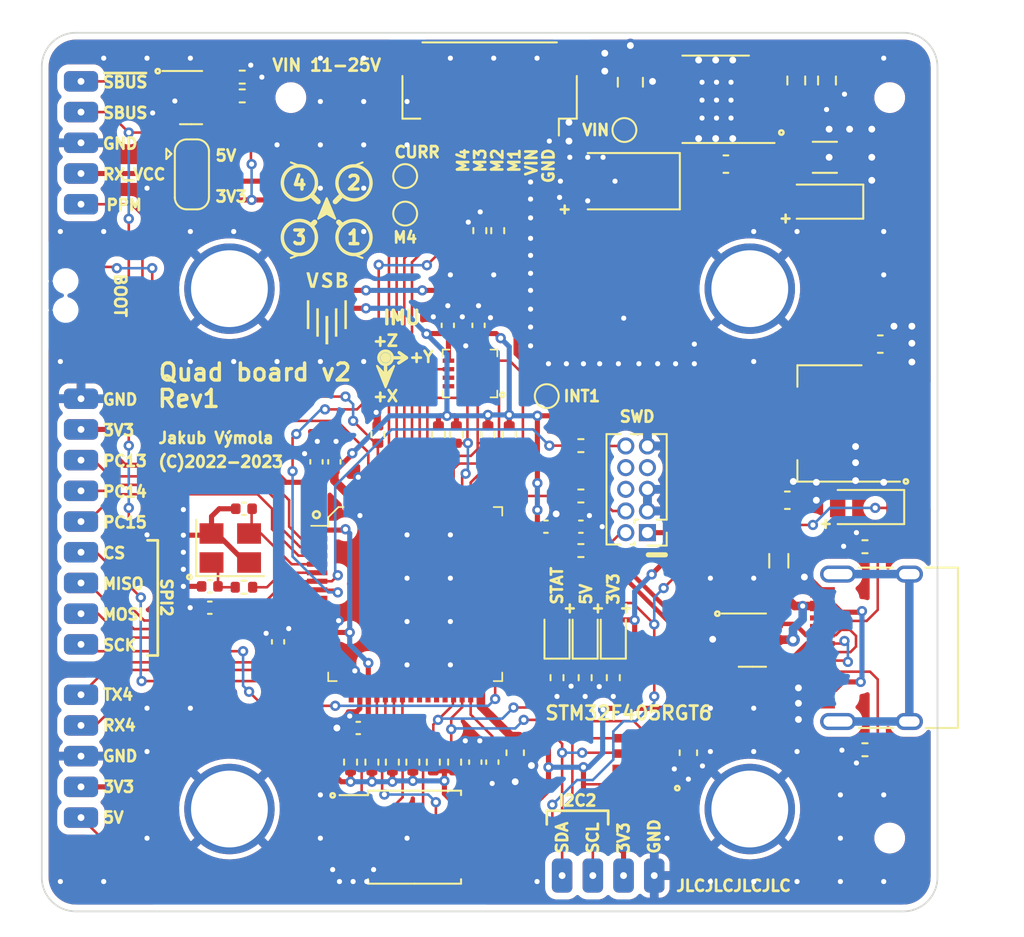
<source format=kicad_pcb>
(kicad_pcb (version 20211014) (generator pcbnew)
  (layers (0 "F.Cu" signal) (31 "B.Cu" signal) (34 "B.Paste" user) (35 "F.Paste" user) (36 "B.SilkS" user "B.Silkscreen") (37 "F.SilkS" user "F.Silkscreen") (38 "B.Mask" user) (39 "F.Mask" user) (44 "Edge.Cuts" user))
  (net 0 "")
  (net 1 "VIN")
  (net 2 "GND")
  (net 3 "Net-(C2-Pad1)")
  (net 4 "Net-(C2-Pad2)")
  (net 5 "5V_REG")
  (net 6 "+5V")
  (net 7 "+3V3")
  (net 8 "Net-(C12-Pad1)")
  (net 9 "RCC_OSC_IN")
  (net 10 "Net-(C14-Pad1)")
  (net 11 "Net-(C15-Pad1)")
  (net 12 "NRST")
  (net 13 "5V_USB")
  (net 14 "Net-(D4-Pad1)")
  (net 15 "Net-(D5-Pad1)")
  (net 16 "Net-(D6-Pad1)")
  (net 17 "STATUS_LED")
  (net 18 "5V_CONN_USB")
  (net 19 "SPI2_CS")
  (net 20 "SPI2_MISO")
  (net 21 "SPI2_MOSI")
  (net 22 "SPI2_SCK")
  (net 23 "NRF24_CE")
  (net 24 "NRF24_CSN")
  (net 25 "NRF24_IRQ")
  (net 26 "RX_VCC")
  (net 27 "PPM_INPUT")
  (net 28 "SBUS_RX")
  (net 29 "nSBUS_RX")
  (net 30 "I2C2_SCL")
  (net 31 "I2C2_SDA")
  (net 32 "UART4_TX")
  (net 33 "UART4_RX")
  (net 34 "Net-(J5-Pad2)")
  (net 35 "Net-(J5-Pad4)")
  (net 39 "Net-(J5-Pad10)")
  (net 40 "MOTOR_1")
  (net 41 "MOTOR_2")
  (net 42 "MOTOR_3")
  (net 43 "MOTOR_4")
  (net 45 "ESC_CURR_ADC")
  (net 46 "Net-(J7-PadA5)")
  (net 48 "Net-(J7-PadB5)")
  (net 50 "unconnected-(J7-PadS1)")
  (net 51 "VSENSE")
  (net 52 "SWDIO")
  (net 53 "SWCLK")
  (net 54 "RCC_OSC_OUT")
  (net 55 "BOOT0")
  (net 56 "SPI3_MOSI")
  (net 57 "SPI3_MISO")
  (net 58 "SPI3_SCK")
  (net 59 "BMI160_CS")
  (net 60 "SPI1_MOSI")
  (net 61 "SPI1_MISO")
  (net 62 "SPI1_SCK")
  (net 63 "SPI1_CS")
  (net 64 "ESC_VIN_ADC")
  (net 65 "BMI160_INT1")
  (net 69 "USART2_TX")
  (net 77 "HP203B_INT1")
  (net 83 "USB_FS_D-")
  (net 84 "USB_FS_D+")
  (net 85 "BMI160_INT2")
  (footprint "Connector_JST:JST_SH_SM08B-SRSS-TB_1x08-1MP_P1.00mm_Horizontal" (layer "F.Cu") (at 151.75 53.75 180)
    (fp_text reference "J6")
    (fp_text value "ESC conn")
  )
  (footprint "TestPoint:TestPoint_Pad_D1.0mm" (layer "F.Cu") (at 146.8 61.1)
    (fp_text reference "TP2")
    (fp_text value "TestPoint")
  )
  (footprint "Capacitor_SMD:C_0402_1005Metric" (layer "F.Cu") (at 141.6 75.65 90)
    (fp_text reference "C8")
    (fp_text value "100nF")
  )
  (footprint "Diode_SMD:D_SOD-123" (layer "F.Cu") (at 173.8 78.3 180)
    (fp_text reference "D3")
    (fp_text value "D_Schottky_Small")
  )
  (footprint "TestPoint:TestPoint_Pad_D1.0mm" (layer "F.Cu") (at 146.8 58.9)
    (fp_text reference "TP3")
    (fp_text value "TestPoint")
  )
  (footprint "_custom_footprints:Pads_1.8mm_01x05" (layer "F.Cu") (at 127.8 92.9 -90)
    (fp_text reference "J4")
    (fp_text value "UART4 external")
  )
  (footprint "Resistor_SMD:R_0402_1005Metric" (layer "F.Cu") (at 173.75 92.525 180)
    (fp_text reference "R11")
    (fp_text value "5.1k")
  )
  (footprint "LED_SMD:LED_0603_1608Metric" (layer "F.Cu") (at 155.7 85.7 90)
    (fp_text reference "D6")
    (fp_text value "Yellow")
  )
  (footprint "Capacitor_SMD:C_0402_1005Metric" (layer "F.Cu") (at 151.91 93.25 -90)
    (fp_text reference "C14")
    (fp_text value "2.2uF")
  )
  (footprint "LED_SMD:LED_0603_1608Metric" (layer "F.Cu") (at 159 85.7 90)
    (fp_text reference "D5")
    (fp_text value "Green")
  )
  (footprint "Capacitor_SMD:C_0402_1005Metric" (layer "F.Cu") (at 151.1 67.65 90)
    (fp_text reference "C17")
    (fp_text value "100nF")
  )
  (footprint "_custom_footprints:JLCPCB_tooling_hole_1.152mm" (layer "F.Cu") (at 175.2 97.7)
    (fp_text reference "H6")
    (fp_text value "JLCPCB tooling hole")
  )
  (footprint "Capacitor_SMD:C_0402_1005Metric" (layer "F.Cu") (at 139.35 86.2 90)
    (fp_text reference "C7")
    (fp_text value "100nF")
  )
  (footprint "Resistor_SMD:R_0402_1005Metric" (layer "F.Cu") (at 146.05 93.25 90)
    (fp_text reference "R18")
    (fp_text value "100k")
  )
  (footprint "clipboard:d2f2efcc-2693-47d5-a2c4-dd12ed3edea1" (layer "F.Cu") (at 143.23585 66.180025)
    (fp_text reference "REFVSBLOGO")
    (fp_text value "")
  )
  (footprint "Resistor_SMD:R_0603_1608Metric" (layer "F.Cu") (at 171.525 53.3 -90)
    (fp_text reference "R2")
    (fp_text value "2.7k")
  )
  (footprint "Resistor_SMD:R_0402_1005Metric" (layer "F.Cu") (at 157.1 74.7 180)
    (fp_text reference "R5")
    (fp_text value "22")
  )
  (footprint "Resistor_SMD:R_0402_1005Metric" (layer "F.Cu") (at 137.25 54.2 180)
    (fp_text reference "R21")
    (fp_text value "1k")
  )
  (footprint "Capacitor_SMD:C_0603_1608Metric" (layer "F.Cu") (at 169.2 77.9)
    (fp_text reference "C5")
    (fp_text value "10uF")
  )
  (footprint "Capacitor_SMD:C_0402_1005Metric" (layer "F.Cu") (at 157.1 79.45)
    (fp_text reference "C15")
    (fp_text value "2.2uF")
  )
  (footprint "_custom_footprints:JLCPCB_tooling_hole_1.152mm" (layer "F.Cu") (at 175.2 54.3)
    (fp_text reference "H7")
    (fp_text value "JLCPCB tooling hole")
  )
  (footprint "Capacitor_SMD:C_1206_3216Metric" (layer "F.Cu") (at 171.4 57.8)
    (fp_text reference "C3")
    (fp_text value "100uF")
  )
  (footprint "Resistor_SMD:R_0402_1005Metric" (layer "F.Cu") (at 152.9 74.05 -90)
    (fp_text reference "R14")
    (fp_text value "100k")
  )
  (footprint "Resistor_SMD:R_0402_1005Metric" (layer "F.Cu") (at 148.45 93.25 90)
    (fp_text reference "R25")
    (fp_text value "10k")
  )
  (footprint "Resistor_SMD:R_0402_1005Metric" (layer "F.Cu") (at 148.75 74.05 -90)
    (fp_text reference "R16")
    (fp_text value "10k")
  )
  (footprint "Resistor_SMD:R_0402_1005Metric" (layer "F.Cu") (at 157.1 80.85 180)
    (fp_text reference "R3")
    (fp_text value "22")
  )
  (footprint "Capacitor_SMD:C_0603_1608Metric" (layer "F.Cu") (at 163.4 92.7 -90)
    (fp_text reference "C20")
    (fp_text value "4.7uF")
  )
  (footprint "Resistor_SMD:R_0402_1005Metric" (layer "F.Cu") (at 159 88.3 -90)
    (fp_text reference "R8")
    (fp_text value "200")
  )
  (footprint "Connector_PinHeader_1.27mm:PinHeader_2x05_P1.27mm_Vertical" (layer "F.Cu") (at 161 79.8 180)
    (fp_text reference "J5")
    (fp_text value "SWD conn")
  )
  (footprint "_custom_footprints:Mounting_hole_GND_M3_4.5mm" (layer "F.Cu") (at 136.5 65.5)
    (fp_text reference "H1" hide)
    (fp_text value "MountingHole_Pad")
  )
  (footprint "Resistor_SMD:R_0402_1005Metric" (layer "F.Cu") (at 149.8 74.05 -90)
    (fp_text reference "R15")
    (fp_text value "10k")
  )
  (footprint "Capacitor_SMD:C_0805_2012Metric" (layer "F.Cu") (at 160 53.4 90)
    (fp_text reference "C1")
    (fp_text value "10uF")
  )
  (footprint "_custom_footprints:Mounting_hole_GND_M3_4.5mm" (layer "F.Cu") (at 136.5 96)
    (fp_text reference "H3" hide)
    (fp_text value "MountingHole_Pad")
  )
  (footprint "Resistor_SMD:R_0402_1005Metric" (layer "F.Cu") (at 145.2 74.05 90)
    (fp_text reference "R10")
    (fp_text value "10k")
  )
  (footprint "_custom_footprints:Pads_1.8mm_01x04" (layer "F.Cu") (at 158.7 99.9)
    (fp_text reference "J3")
    (fp_text value "I2C2 external")
  )
  (footprint "_custom_footprints:Mounting_hole_GND_M3_4.5mm" (layer "F.Cu") (at 167 96)
    (fp_text reference "H4" hide)
    (fp_text value "MountingHole_Pad")
  )
  (footprint "Jumper:SolderJumper-3_P1.3mm_Bridged12_RoundedPad1.0x1.5mm" (layer "F.Cu") (at 134.3 58.8 -90)
    (fp_text reference "JP1")
    (fp_text value "SolderJumper_3_Bridged12")
  )
  (footprint "Capacitor_SMD:C_0402_1005Metric" (layer "F.Cu") (at 144.05 91.25 180)
    (fp_text reference "C10")
    (fp_text value "100nF")
  )
  (footprint "Capacitor_SMD:C_0402_1005Metric" (layer "F.Cu") (at 137.35 78.4 180)
    (fp_text reference "C13")
    (fp_text value "10pF")
  )
  (footprint "LED_SMD:LED_0603_1608Metric" (layer "F.Cu") (at 157.35 85.7 90)
    (fp_text reference "D4")
    (fp_text value "Blue")
  )
  (footprint "Package_SO:SOIC-8_5.23x5.23mm_P1.27mm" (layer "F.Cu") (at 147.35 97.65)
    (fp_text reference "U5")
    (fp_text value "W25Q128JVS")
  )
  (footprint "Resistor_SMD:R_0402_1005Metric" (layer "F.Cu") (at 151.65 74.05 -90)
    (fp_text reference "R13")
    (fp_text value "10k")
  )
  (footprint "Resistor_SMD:R_0402_1005Metric" (layer "F.Cu") (at 149.7 93.25 90)
    (fp_text reference "R26")
    (fp_text value "10k")
  )
  (footprint "_custom_footprints:JLCPCB_tooling_hole_1.152mm" (layer "F.Cu") (at 140.1 54.3)
    (fp_text reference "H5")
    (fp_text value "JLCPCB tooling hole")
  )
  (footprint "_custom_footprints:Pads_1.8mm_01x05" (layer "F.Cu") (at 127.8 56.95 90)
    (fp_text reference "J2")
    (fp_text value "RX header")
  )
  (footprint "Capacitor_SMD:C_0402_1005Metric" (layer "F.Cu") (at 135.35 82.95 180)
    (fp_text reference "C12")
    (fp_text value "10pF")
  )
  (footprint "digikey-footprints:BMI160" (layer "F.Cu") (at 150.6 70.47 180)
    (fp_text reference "U4")
    (fp_text value "BMI160")
  )
  (footprint "_custom_footprints:LGA-8_3.6x3.8x0.9P" (layer "F.Cu") (at 160.6 93.2 180)
    (fp_text reference "U7")
    (fp_text value "HP203B")
  )
  (footprint "Resistor_SMD:R_0402_1005Metric" (layer "F.Cu") (at 157.1 77.65 180)
    (fp_text reference "R4")
    (fp_text value "22")
  )
  (footprint "_custom_footprints:BMI_160_axes" (layer "F.Cu") (at 145.65 69.55)
    (fp_text reference "REFBMIAXES")
    (fp_text value "BMI_160_axes")
  )
  (footprint "_custom_footprints:Drone_props" (layer "F.Cu") (at 142.2 60.9)
    (fp_text reference "REFQUAD")
    (fp_text value "Drone_props")
  )
  (footprint "Resistor_SMD:R_0402_1005Metric" (layer "F.Cu") (at 147.25 93.25 90)
    (fp_text reference "R17")
    (fp_text value "100k")
  )
  (footprint "Diode_SMD:D_SOD-123" (layer "F.Cu") (at 171.4 60.4 180)
    (fp_text reference "D2")
    (fp_text value "D_Schottky_Small")
  )
  (footprint "Capacitor_SMD:C_0603_1608Metric" (layer "F.Cu") (at 165.6 58.2)
    (fp_text reference "C2")
    (fp_text value "10nF")
  )
  (footprint "Capacitor_SMD:C_0603_1608Metric" (layer "F.Cu") (at 153.25 92.7 -90)
    (fp_text reference "C6")
    (fp_text value "4.7uF")
  )
  (footprint "Resistor_SMD:R_0402_1005Metric" (layer "F.Cu") (at 173.75 80.625 180)
    (fp_text reference "R12")
    (fp_text value "5.1k")
  )
  (footprint "Connector_USB:USB_C_Receptacle_HRO_TYPE-C-31-M-12" (layer "F.Cu") (at 175.3 86.55 90)
    (fp_text reference "J7")
    (fp_text value "918-418K2023S40001")
  )
  (footprint "Resistor_SMD:R_0402_1005Metric" (layer "F.Cu") (at 155.7 88.3 -90)
    (fp_text reference "R9")
    (fp_text value "200")
  )
  (footprint "Resistor_SMD:R_0402_1005Metric" (layer "F.Cu") (at 137.35 83 180)
    (fp_text reference "R6")
    (fp_text value "47")
  )
  (footprint "Crystal:Crystal_SMD_3225-4Pin_3.2x2.5mm" (layer "F.Cu") (at 136.55 80.7)
    (fp_text reference "Y1")
    (fp_text value "16MHz")
  )
  (footprint "Resistor_SMD:R_0402_1005Metric" (layer "F.Cu") (at 151.175 62.1 90)
    (fp_text reference "R24")
    (fp_text value "1.5k")
  )
  (footprint "Package_TO_SOT_SMD:SOT-23" (layer "F.Cu") (at 134.25 54.3)
    (fp_text reference "Q1")
    (fp_text value "AO3400A")
  )
  (footprint "digikey-footprints:LQFP-64_10x10mm" (layer "F.Cu") (at 147.39 83.4 -90)
    (fp_text reference "U3")
    (fp_text value "STM32F405RGT6")
  )
  (footprint "Resistor_SMD:R_0402_1005Metric" (layer "F.Cu") (at 157.35 88.3 -90)
    (fp_text reference "R7")
    (fp_text value "510")
  )
  (footprint "Diode_SMD:D_SMA" (layer "F.Cu") (at 159.5 59.2 180)
    (fp_text reference "D1")
    (fp_text value "D_Schottky_Small")
  )
  (footprint "Capacitor_SMD:C_0402_1005Metric" (layer "F.Cu") (at 149.3 67.65 90)
    (fp_text reference "C18")
    (fp_text value "100nF")
  )
  (footprint "Resistor_SMD:R_0402_1005Metric" (layer "F.Cu") (at 152.225 62.1 -90)
    (fp_text reference "R23")
    (fp_text value "10k")
  )
  (footprint "_custom_footprints:Mounting_hole_GND_M3_4.5mm" (layer "F.Cu") (at 167 65.5)
    (fp_text reference "H2" hide)
    (fp_text value "MountingHole_Pad")
  )
  (footprint "Capacitor_SMD:C_0402_1005Metric" (layer "F.Cu") (at 135.35 84.2 180)
    (fp_text reference "C16")
    (fp_text value "100nF")
  )
  (footprint "Capacitor_SMD:C_0402_1005Metric" (layer "F.Cu") (at 142.65 75.65 90)
    (fp_text reference "C11")
    (fp_text value "100nF")
  )
  (footprint "Resistor_SMD:R_0402_1005Metric" (layer "F.Cu") (at 144.85 93.25 90)
    (fp_text reference "R19")
    (fp_text value "100k")
  )
  (footprint "Capacitor_SMD:C_0402_1005Metric" (layer "F.Cu") (at 150.91 93.25 90)
    (fp_text reference "C19")
    (fp_text value "100nF")
  )
  (footprint "Resistor_SMD:R_0402_1005Metric" (layer "F.Cu") (at 143.6 93.25 90)
    (fp_text reference "R20")
    (fp_text value "10k")
  )
  (footprint "Capacitor_SMD:C_0603_1608Metric" (layer "F.Cu") (at 174.65 68.75)
    (fp_text reference "C4")
    (fp_text value "10uF")
  )
  (footprint "TestPoint:TestPoint_Pad_D1.0mm" (layer "F.Cu") (at 159.65 56.2)
    (fp_text reference "TP4")
    (fp_text value "TestPoint")
  )
  (footprint "Package_SO:HSOP-8-1EP_3.9x4.9mm_P1.27mm_EP2.41x3.1mm" (layer "F.Cu") (at 165 54.4 180)
    (fp_text reference "U1")
    (fp_text value "TPS5430DDAR")
  )
  (footprint "_custom_footprints:Pads_1.8mm_01x09" (layer "F.Cu") (at 127.8 79.15 90)
    (fp_text reference "J1")
    (fp_text value "SPI2 external")
  )
  (footprint "Capacitor_SMD:C_0402_1005Metric" (layer "F.Cu") (at 155.05 79.45)
    (fp_text reference "C9")
    (fp_text value "100nF")
  )
  (footprint "Package_TO_SOT_SMD:SOT-223-3_TabPin2" (layer "F.Cu") (at 171.7 73.4 180)
    (fp_text reference "U2")
    (fp_text value "AMS1117-3.3")
  )
  (footprint "Package_TO_SOT_SMD:SOT-23-6" (layer "F.Cu") (at 167.15 86.1)
    (fp_text reference "U6")
    (fp_text value "USBLC6-2SC6")
  )
  (footprint "_custom_footprints:TS24CA" (layer "F.Cu") (at 126.9 65.9 90)
    (fp_text reference "SW1")
    (fp_text value "BOOT0")
  )
  (footprint "_custom_footprints:SMD-8x8x4" (layer "F.Cu") (at 158.95 65.75 -90)
    (fp_text reference "L1")
    (fp_text value "82uH")
  )
  (footprint "Inductor_SMD:L_0805_2012Metric" (layer "F.Cu") (at 168.7 81.45 90)
    (fp_text reference "FB1")
    (fp_text value "100@100MHz")
  )
  (footprint "Resistor_SMD:R_0603_1608Metric" (layer "F.Cu") (at 169.725 53.3 90)
    (fp_text reference "R1")
    (fp_text value "10k")
  )
  (footprint "Resistor_SMD:R_0402_1005Metric" (layer "F.Cu") (at 137.25 53.1)
    (fp_text reference "R22")
    (fp_text value "10k")
  )
  (footprint "TestPoint:TestPoint_Pad_D1.0mm" (layer "F.Cu") (at 155.1 71.8)
    (fp_text reference "TP1")
    (fp_text value "TestPoint")
  )
  (gr_line (start 155.1 96.9) (end 155.1 96.1) (layer "F.SilkS") (width 0.16))
  (gr_circle (center 176.15 76.8) (end 176.15 76.85) (layer "F.SilkS") (width 0.15) (fill none))
  (gr_line (start 161.05 81.1) (end 162.05 81.1) (layer "F.SilkS") (width 0.3))
  (gr_circle (center 132.3 52.75) (end 132.3 52.8) (layer "F.SilkS") (width 0.15) (fill none))
  (gr_line (start 132.3 87) (end 131.7 87) (layer "F.SilkS") (width 0.16))
  (gr_circle (center 142.55 95.2) (end 142.55 95.25) (layer "F.SilkS") (width 0.15) (fill none))
  (gr_circle (center 168.85 56.35) (end 168.85 56.4) (layer "F.SilkS") (width 0.15) (fill none))
  (gr_line (start 132.3 80.25) (end 132.3 87) (layer "F.SilkS") (width 0.16))
  (gr_line (start 131.7 80.25) (end 132.3 80.25) (layer "F.SilkS") (width 0.16))
  (gr_circle (center 141.6 78.75) (end 141.6 78.95) (layer "F.SilkS") (width 0.15) (fill none))
  (gr_line (start 158.7 96.1) (end 158.7 96.9) (layer "F.SilkS") (width 0.16))
  (gr_line (start 155.1 96.1) (end 158.7 96.1) (layer "F.SilkS") (width 0.16))
  (gr_circle (center 162.75 94.775) (end 162.75 94.825) (layer "F.SilkS") (width 0.15) (fill none))
  (gr_circle (center 165.1 84.55) (end 165.1 84.6) (layer "F.SilkS") (width 0.15) (fill none))
  (gr_circle (center 134.15 82.4) (end 134.15 82.45) (layer "F.SilkS") (width 0.15) (fill none))
  (gr_line (start 178 100) (end 178 52.5) (layer "Edge.Cuts") (width 0.1))
  (gr_arc (start 176 50.5) (mid 177.414214 51.085786) (end 178 52.5) (layer "Edge.Cuts") (width 0.1))
  (gr_line (start 127.5 102) (end 176 102) (layer "Edge.Cuts") (width 0.1))
  (gr_arc (start 178 100) (mid 177.414214 101.414214) (end 176 102) (layer "Edge.Cuts") (width 0.1))
  (gr_arc (start 125.5 52.5) (mid 126.085786 51.085786) (end 127.5 50.5) (layer "Edge.Cuts") (width 0.1))
  (gr_arc (start 127.5 102) (mid 126.085786 101.414214) (end 125.5 100) (layer "Edge.Cuts") (width 0.1))
  (gr_line (start 125.5 100) (end 125.5 52.5) (layer "Edge.Cuts") (width 0.1))
  (gr_line (start 127.5 50.5) (end 176 50.5) (layer "Edge.Cuts") (width 0.1))
  (gr_text "SDA" (at 156 98.7 90) (layer "F.SilkS") (effects (font (size 0.65 0.65) (thickness 0.16)) (justify left)))
  (gr_text "Jakub Výmola" (at 132.25 74.25) (layer "F.SilkS") (effects (font (size 0.65 0.65) (thickness 0.16)) (justify left)))
  (gr_text "PPM" (at 129.2 60.6) (layer "F.SilkS") (effects (font (size 0.65 0.65) (thickness 0.16)) (justify left)))
  (gr_text "GND" (at 161.4 98.7 90) (layer "F.SilkS") (effects (font (size 0.65 0.65) (thickness 0.16)) (justify left)))
  (gr_text "CS" (at 129 81) (layer "F.SilkS") (effects (font (size 0.65 0.65) (thickness 0.16)) (justify left)))
  (gr_text "5V" (at 135.6 57.7) (layer "F.SilkS") (effects (font (size 0.65 0.65) (thickness 0.16)) (justify left)))
  (gr_text "3V3" (at 129 94.7) (layer "F.SilkS") (effects (font (size 0.65 0.65) (thickness 0.16)) (justify left)))
  (gr_text "+" (at 156.45 84.2) (layer "F.SilkS") (effects (font (size 0.6 0.6))))
  (gr_text "GND" (at 155.2 57.2 90) (layer "F.SilkS") (effects (font (size 0.65 0.65) (thickness 0.16)) (justify right)))
  (gr_text "5V" (at 157.4 84.1 90) (layer "F.SilkS") (effects (font (size 0.65 0.65) (thickness 0.16)) (justify left)))
  (gr_text "BOOT" (at 130.1 65.9 270) (layer "F.SilkS") (effects (font (size 0.65 0.65) (thickness 0.16))))
  (gr_text "M1" (at 153.2 57.2 90) (layer "F.SilkS") (effects (font (size 0.65 0.65) (thickness 0.16)) (justify right)))
  (gr_text "M4" (at 146.8 62.5) (layer "F.SilkS") (effects (font (size 0.65 0.65) (thickness 0.16))))
  (gr_text "MOSI" (at 129 84.6) (layer "F.SilkS") (effects (font (size 0.65 0.65) (thickness 0.16)) (justify left)))
  (gr_text "CURR" (at 147.5 57.5) (layer "F.SilkS") (effects (font (size 0.65 0.65) (thickness 0.16))))
  (gr_text "+" (at 171.45 79.25) (layer "F.SilkS") (effects (font (size 0.6 0.6))))
  (gr_text "SPI2" (at 132.8 83.6 270) (layer "F.SilkS") (effects (font (size 0.65 0.65) (thickness 0.16))))
  (gr_text "VIN" (at 158.85 56.2) (layer "F.SilkS") (effects (font (size 0.65 0.65) (thickness 0.16)) (justify right)))
  (gr_text "5V" (at 129 96.5) (layer "F.SilkS") (effects (font (size 0.65 0.65) (thickness 0.16)) (justify left)))
  (gr_text "M4" (at 150.2 57.2 90) (layer "F.SilkS") (effects (font (size 0.65 0.65) (thickness 0.16)) (justify right)))
  (gr_text "GND" (at 129 92.9) (layer "F.SilkS") (effects (font (size 0.65 0.65) (thickness 0.16)) (justify left)))
  (gr_text "VIN" (at 154.2 57.2 90) (layer "F.SilkS") (effects (font (size 0.65 0.65) (thickness 0.16)) (justify right)))
  (gr_text "3V3" (at 159 84.1 90) (layer "F.SilkS") (effects (font (size 0.65 0.65) (thickness 0.16)) (justify left)))
  (gr_text "STM32F405RGT6" (at 159.9 90.375) (layer "F.SilkS") (effects (font (size 0.8 0.8) (thickness 0.16))))
  (gr_text "RX_VCC" (at 129 58.8) (layer "F.SilkS") (effects (font (size 0.65 0.65) (thickness 0.16)) (justify left)))
  (gr_text "SCL" (at 157.8 98.7 90) (layer "F.SilkS") (effects (font (size 0.65 0.65) (thickness 0.16)) (justify left)))
  (gr_text "VIN 11-25V" (at 142.2 52.4) (layer "F.SilkS") (effects (font (size 0.7 0.7) (thickness 0.16))))
  (gr_text "+" (at 169.1 61.35) (layer "F.SilkS") (effects (font (size 0.6 0.6))))
  (gr_text "M3" (at 151.2 57.2 90) (layer "F.SilkS") (effects (font (size 0.65 0.65) (thickness 0.16)) (justify right)))
  (gr_text "M2" (at 152.2 57.2 90) (layer "F.SilkS") (effects (font (size 0.65 0.65) (thickness 0.16)) (justify right)))
  (gr_text "STAT" (at 155.7 84.1 90) (layer "F.SilkS") (effects (font (size 0.65 0.65) (thickness 0.16)) (justify left)))
  (gr_text "SCK" (at 129 86.4) (layer "F.SilkS") (effects (font (size 0.65 0.65) (thickness 0.16)) (justify left)))
  (gr_text "3V3" (at 129 73.8) (layer "F.SilkS") (effects (font (size 0.65 0.65) (thickness 0.16)) (justify left)))
  (gr_text "+" (at 159.75 84.2) (layer "F.SilkS") (effects (font (size 0.6 0.6))))
  (gr_text "IMU" (at 146.6 67.2) (layer "F.SilkS") (effects (font (size 0.8 0.8) (thickness 0.2))))
  (gr_text "I2C2" (at 156.9 95.5) (layer "F.SilkS") (effects (font (size 0.65 0.65) (thickness 0.16))))
  (gr_text "(C)2022-2023" (at 132.25 75.65) (layer "F.SilkS") (effects (font (size 0.65 0.65) (thickness 0.16)) (justify left)))
  (gr_text "INT1" (at 156 71.8) (layer "F.SilkS") (effects (font (size 0.65 0.65) (thickness 0.16)) (justify left)))
  (gr_text "Quad board v2" (at 132.25 70.4) (layer "F.SilkS") (effects (font (size 1 1) (thickness 0.2)) (justify left)))
  (gr_text "PC15" (at 129 79.2) (layer "F.SilkS") (effects (font (size 0.65 0.65) (thickness 0.16)) (justify left)))
  (gr_text "+" (at 156.15 60.9 180) (layer "F.SilkS") (effects (font (size 0.6 0.6))))
  (gr_text "SBUS" (at 129 55.2) (layer "F.SilkS") (effects (font (size 0.65 0.65) (thickness 0.16)) (justify left)))
  (gr_text "+" (at 158.1 84.2) (layer "F.SilkS") (effects (font (size 0.6 0.6))))
  (gr_text "SWD" (at 160.4 73) (layer "F.SilkS") (effects (font (size 0.65 0.65) (thickness 0.16))))
  (gr_text "PC13" (at 129 75.6) (layer "F.SilkS") (effects (font (size 0.65 0.65) (thickness 0.16)) (justify left)))
  (gr_text "3V3" (at 159.6 98.7 90) (layer "F.SilkS") (effects (font (size 0.65 0.65) (thickness 0.16)) (justify left)))
  (gr_text "PC14" (at 129 77.4) (layer "F.SilkS") (effects (font (size 0.65 0.65) (thickness 0.16)) (justify left)))
  (gr_text "RX4" (at 129 91.1) (layer "F.SilkS") (effects (font (size 0.65 0.65) (thickness 0.16)) (justify left)))
  (gr_text "TX4" (at 129 89.3) (layer "F.SilkS") (effects (font (size 0.65 0.65) (thickness 0.16)) (justify left)))
  (gr_text "MISO" (at 129 82.8) (layer "F.SilkS") (effects (font (size 0.65 0.65) (thickness 0.16)) (justify left)))
  (gr_text "~{SBUS}" (at 129 53.4) (layer "F.SilkS") (effects (font (size 0.65 0.65) (thickness 0.16)) (justify left)))
  (gr_text "3V3" (at 135.6 60.1) (layer "F.SilkS") (effects (font (size 0.65 0.65) (thickness 0.16)) (justify left)))
  (gr_text "Rev1" (at 132.2 71.95) (layer "F.SilkS") (effects (font (size 1 1) (thickness 0.2)) (justify left)))
  (gr_text "JLCJLCJLCJLC" (at 162.6 100.5) (layer "F.SilkS") (effects (font (size 0.65 0.65) (thickness 0.16)) (justify left)))
  (gr_text "GND" (at 129 72) (layer "F.SilkS") (effects (font (size 0.65 0.65) (thickness 0.16)) (justify left)))
  (gr_text "GND" (at 129 57) (layer "F.SilkS") (effects (font (size 0.65 0.65) (thickness 0.16)) (justify left)))
  (segment (start 154.7 54.3) (end 159.95 54.3) (width 0.7) (layer "F.Cu") (net 1))
  (segment (start 160.65 54.35) (end 161.335 55.035) (width 0.7) (layer "F.Cu") (net 1))
  (segment (start 154.25 55.75) (end 154.25 57.95) (width 0.15) (layer "F.Cu") (net 1))
  (segment (start 154.25 55.75) (end 154.25 54.75) (width 0.7) (layer "F.Cu") (net 1))
  (segment (start 160 54.35) (end 160.65 54.35) (width 0.7) (layer "F.Cu") (net 1))
  (segment (start 159.7 54.65) (end 159.7 56.15) (width 0.15) (layer "F.Cu") (net 1))
  (segment (start 152.2 60) (end 152.2 61.62) (width 0.15) (layer "F.Cu") (net 1))
  (segment (start 154.25 57.95) (end 152.2 60) (width 0.15) (layer "F.Cu") (net 1))
  (segment (start 161.335 55.035) (end 162.35 55.035) (width 0.7) (layer "F.Cu") (net 1))
  (segment (start 154.25 54.75) (end 154.7 54.3) (width 0.7) (layer "F.Cu") (net 1))
  (segment (start 157.58 78.82) (end 157.6 78.8) (width 0.3) (layer "F.Cu") (net 2))
  (segment (start 143.57 90.57) (end 143.55 90.55) (width 0.3) (layer "F.Cu") (net 2))
  (segment (start 163.4 93.475) (end 163.225 93.65) (width 0.3) (layer "F.Cu") (net 2))
  (segment (start 151.2 61.62) (end 150.52 61.62) (width 0.3) (layer "F.Cu") (net 2))
  (segment (start 144.14 90.11) (end 143.7 90.55) (width 0.3) (layer "F.Cu") (net 2))
  (segment (start 157.58 79.45) (end 157.58 78.82) (width 0.3) (layer "F.Cu") (net 2))
  (segment (start 149.3 67.17) (end 150.13 67.17) (width 0.3) (layer "F.Cu") (net 2))
  (segment (start 150.13 67.17) (end 150.15 67.15) (width 0.3) (layer "F.Cu") (net 2))
  (segment (start 138.67 85.72) (end 138.65 85.7) (width 0.3) (layer "F.Cu") (net 2))
  (segment (start 150.1 69.1) (end 150.35 68.85) (width 0.3) (layer "F.Cu") (net 2))
  (segment (start 144.14 78.79) (end 144.15 78.8) (width 0.3) (layer "F.Cu") (net 2))
  (segment (start 144.14 89.15) (end 144.14 90.11) (width 0.3) (layer "F.Cu") (net 2))
  (segment (start 141.6 75.17) (end 140.905 75.17) (width 0.3) (layer "F.Cu") (net 2))
  (segment (start 142.65 75.17) (end 142.65 74.55) (width 0.3) (layer "F.Cu") (net 2))
  (segment (start 150.6 69.4575) (end 150.1 69.4575) (width 0.3) (layer "F.Cu") (net 2))
  (segment (start 171.255 89.8) (end 169.85 89.8) (width 0.5) (layer "F.Cu") (net 2))
  (segment (start 142.707864 85.15) (end 142.9005 84.957364) (width 0.3) (layer "F.Cu") (net 2))
  (segment (start 161.715 53.765) (end 161.3 53.35) (width 0.7) (layer "F.Cu") (net 2))
  (segment (start 162.35 53.765) (end 161.715 53.765) (width 0.7) (layer "F.Cu") (net 2))
  (segment (start 170.3 82.4) (end 170.2 82.4) (width 0.5) (layer "F.Cu") (net 2))
  (segment (start 157.35 88.81) (end 157.35 89.4) (width 0.3) (layer "F.Cu") (net 2))
  (segment (start 162.575 93.65) (end 161.85 93.65) (width 0.3) (layer "F.Cu") (net 2))
  (segment (start 160.4 52.45) (end 160 52.45) (width 0.7) (layer "F.Cu") (net 2))
  (segment (start 135.45 79.85) (end 135.45 78.85) (width 0.3) (layer "F.Cu") (net 2))
  (segment (start 143.57 91.25) (end 142.8 91.25) (width 0.3) (layer "F.Cu") (net 2))
  (segment (start 163.225 93.65) (end 162.575 93.65) (width 0.3) (layer "F.Cu") (net 2))
  (segment (start 144.14 77.65) (end 144.14 76.64) (width 0.3) (layer "F.Cu") (net 2))
  (segment (start 151.2 61.62) (end 151.2 61) (width 0.3) (layer "F.Cu") (net 2))
  (segment (start 151.91 93.73) (end 151.91 94.49) (width 0.3) (layer "F.Cu") (net 2))
  (segment (start 142.65 74.55) (end 142.75 74.45) (width 0.3) (layer "F.Cu") (net 2))
  (segment (start 144.14 88.19) (end 143.85 87.9) (width 0.3) (layer "F.Cu") (net 2))
  (segment (start 141.6 75.17) (end 141.6 74.5) (width 0.3) (layer "F.Cu") (net 2))
  (segment (start 141.64 85.15) (end 140.25 85.15) (width 0.3) (layer "F.Cu") (net 2))
  (segment (start 153.25 93.475) (end 153.25 94.4) (width 0.3) (layer "F.Cu") (net 2))
  (segment (start 144.14 77.65) (end 144.14 78.79) (width 0.3) (layer "F.Cu") (net 2))
  (segment (start 135.75 79.85) (end 137.45 81.55) (width 0.3) (layer "F.Cu") (net 2))
  (segment (start 144.14 76.64) (end 144.05 76.55) (width 0.3) (layer "F.Cu") (net 2))
  (segment (start 139.35 85.72) (end 139.68 85.72) (width 0.3) (layer "F.Cu") (net 2))
  (segment (start 150.15 67.15) (end 150.98 67.15) (width 0.3) (layer "F.Cu") (net 2))
  (segment (start 143.7 90.55) (end 143.55 90.55) (width 0.3) (layer "F.Cu") (net 2))
  (segment (start 162.35 53.765) (end 164.365 53.765) (width 0.7) (layer "F.Cu") (net 2))
  (segment (start 143.55 90.55) (end 143.5 90.55) (width 0.5) (layer "F.Cu") (net 2))
  (segment (start 144.14 89.15) (end 144.14 88.19) (width 0.3) (layer "F.Cu") (net 2))
  (segment (start 150.1 69.4575) (end 150.1 69.1) (width 0.3) (layer "F.Cu") (net 2))
  (segment (start 134.87 82.95) (end 133.8 82.95) (width 0.3) (layer "F.Cu") (net 2))
  (segment (start 155.53 79.45) (end 155.53 78.82) (width 0.3) (layer "F.Cu") (net 2))
  (segment (start 135.9 78.4) (end 136.87 78.4) (width 0.3) (layer "F.Cu") (net 2))
  (segment (start 150.6 69.4575) (end 150.6 69.1) (width 0.3) (layer "F.Cu") (net 2))
  (segment (start 135.45 78.85) (end 135.9 78.4) (width 0.3) (layer "F.Cu") (net 2))
  (segment (start 155.53 78.82) (end 155.65 78.7) (width 0.3) (layer "F.Cu") (net 2))
  (segment (start 134.87 84.2) (end 134.200001 84.200001) (width 0.3) (layer "F.Cu") (net 2))
  (segment (start 143.5 90.55) (end 142.8 91.25) (width 0.5) (layer "F.Cu") (net 2))
  (segment (start 139.68 85.72) (end 139.975 85.425) (width 0.3) (layer "F.Cu") (net 2))
  (segment (start 159 88.81) (end 159 89.4) (width 0.3) (layer "F.Cu") (net 2))
  (segment (start 150.6 69.1) (end 150.35 68.85) (width 0.3) (layer "F.Cu") (net 2))
  (segment (start 140.25 85.15) (end 139.975 85.425) (width 0.3) (layer "F.Cu") (net 2))
  (segment (start 171.2 83.3) (end 170.3 82.4) (width 0.5) (layer "F.Cu") (net 2))
  (segment (start 135.35 79.95) (end 133.8 79.95) (width 0.3) (layer "F.Cu") (net 2))
  (segment (start 141.6 74.5) (end 141.65 74.45) (width 0.3) (layer "F.Cu") (net 2))
  (segment (start 139.35 85.72) (end 138.67 85.72) (width 0.3) (layer "F.Cu") (net 2))
  (segment (start 155.7 88.81) (end 155.7 89.4) (width 0.3) (layer "F.Cu") (net 2))
  (segment (start 143.57 91.25) (end 143.57 90.57) (width 0.3) (layer "F.Cu") (net 2))
  (segment (start 166.0125 86.1) (end 164.875 86.1) (width 0.7) (layer "F.Cu") (net 2))
  (segment (start 151.91 94.49) (end 151.9 94.5) (width 0.3) (layer "F.Cu") (net 2))
  (segment (start 141.64 85.15) (end 142.707864 85.15) (width 0.3) (layer "F.Cu") (net 2))
  (segment (start 153.275 93.45) (end 154.2 93.45) (width 0.3) (layer "F.Cu") (net 2))
  (segment (start 150.52 61.62) (end 150.5 61.6) (width 0.3) (layer "F.Cu") (net 2))
  (segment (start 164.875 86.1) (end 164.825 86.05) (width 0.7) (layer "F.Cu") (net 2))
  (segment (start 161.3 53.35) (end 160.4 52.45) (width 0.7) (layer "F.Cu") (net 2))
  (via (at 176.5 69.8) (size 0.8) (drill 0.4) (layers "F.Cu" "B.Cu") (net 2))
  (via (at 154.15 65.6) (size 0.6) (drill 0.3) (layers "F.Cu" "B.Cu") (net 2))
  (via (at 172.31 97.71) (size 0.6) (drill 0.3) (layers "F.Cu" "B.Cu") (net 2))
  (via (at 154.15 62.55) (size 0.6) (drill 0.3) (layers "F.Cu" "B.Cu") (net 2))
  (via (at 161.3 53.35) (size 0.8) (drill 0.4) (layers "F.Cu" "B.Cu") (net 2))
  (via (at 169.85 88.9) (size 0.8) (drill 0.4) (layers "F.Cu" "B.Cu") (net 2))
  (via (at 151.2 61) (size 0.6) (drill 0.3) (layers "F.Cu" "B.Cu") (net 2))
  (via (at 165.9 54.45) (size 0.6) (drill 0.3) (layers "F.Cu" "B.Cu") (net 2))
  (via (at 155.25 56.85) (size 0.6) (drill 0.3) (layers "F.Cu" "B.Cu") (net 2))
  (via (at 164.2 53.4) (size 0.6) (drill 0.3) (layers "F.Cu" "B.Cu") (net 2))
  (via (at 149.45 85.01) (size 0.6) (drill 0.3) (layers "F.Cu" "B.Cu") (net 2))
  (via (at 144.37 69.77) (size 0.6) (drill 0.3) (layers "F.Cu" "B.Cu") (net 2))
  (via (at 172.31 100.25) (size 0.6) (drill 0.3) (layers "F.Cu" "B.Cu") (net 2))
  (via (at 131.67 79.93) (size 0.6) (drill 0.3) (layers "F.Cu" "B.Cu") (net 2))
  (via (at 172.5 80.6) (size 0.6) (drill 0.3) (layers "F.Cu" "B.Cu") (net 2))
  (via (at 129.13 100.25) (size 0.6) (drill 0.3) (layers "F.Cu" "B.Cu") (net 2))
  (via (at 138.4 53.1) (size 0.6) (drill 0.3) (layers "F.Cu" "B.Cu") (net 2))
  (via (at 154.15 67.75) (size 0.6) (drill 0.3) (layers "F.Cu" "B.Cu") (net 2))
  (via (at 165 56.7) (size 0.8) (drill 0.4) (layers "F.Cu" "B.Cu") (net 2))
  (via (at 154.15 60.25) (size 0.6) (drill 0.3) (layers "F.Cu" "B.Cu") (net 2))
  (via (at 141.83 95.17) (size 0.6) (drill 0.3) (layers "F.Cu" "B.Cu") (net 2))
  (via (at 169.85 89.8) (size 0.8) (drill 0.4) (layers "F.Cu" "B.Cu") (net 2))
  (via (at 160.5 69.9) (size 0.6) (drill 0.3) (layers "F.Cu" "B.Cu") (net 2))
  (via (at 142.95 100.25) (size 0.6) (drill 0.3) (layers "F.Cu" "B.Cu") (net 2))
  (via (at 154.2 93.45) (size 0.8) (drill 0.4) (layers "F.Cu" "B.Cu") (net 2))
  (via (at 162.15 97.71) (size 0.6) (drill 0.3) (layers "F.Cu" "B.Cu") (net 2))
  (via (at 174.15 56.15) (size 0.8) (drill 0.4) (layers "F.Cu" "B.Cu") (net 2))
  (via (at 149.45 82.47) (size 0.6) (drill 0.3) (layers "F.Cu" "B.Cu") (net 2))
  (via (at 144.15 78.8) (size 0.6) (drill 0.3) (layers "F.Cu" "B.Cu") (net 2))
  (via (at 157.35 89.4) (size 0.6) (drill 0.3) (layers "F.Cu" "B.Cu") (net 2))
  (via (at 129.13 51.99) (size 0.6) (drill 0.3) (layers "F.Cu" "B.Cu") (net 2))
  (via (at 153.25 94.4) (size 0.8) (drill 0.4) (layers "F.Cu" "B.Cu") (net 2))
  (via (at 170.9 77.9) (size 0.8) (drill 0.4) (layers "F.Cu" "B.Cu") (net 2))
  (via (at 164.69 100.25) (size 0.6) (drill 0.3) (layers "F.Cu" "B.Cu") (net 2))
  (via (at 141.83 54.53) (size 0.6) (drill 0.3) (layers "F.Cu" "B.Cu") (net 2))
  (via (at 133.8 80.95) (size 0.6) (drill 0.3) (layers "F.Cu" "B.Cu") (net 2))
  (via (at 142.55 99.55) (size 0.6) (drill 0.3) (layers "F.Cu" "B.Cu") (net 2))
  (via (at 166 52.1) (size 0.8) (drill 0.4) (layers "F.Cu" "B.Cu") (net 2))
  (via (at 173.25 93.3) (size 0.6) (drill 0.3) (layers "F.Cu" "B.Cu") (net 2))
  (via (at 161.6 69.9) (size 0.6) (drill 0.3) (layers "F.Cu" "B.Cu") (net 2))
  (via (at 140.905 75.17) (size 0.6) (drill 0.3) (layers "F.Cu" "B.Cu") (net 2))
  (via (at 154.15 59.25) (size 0.6) (drill 0.3) (layers "F.Cu" "B.Cu") (net 2))
  (via (at 131.67 90.09) (size 0.6) (drill 0.3) (layers "F.Cu" "B.Cu") (net 2))
  (via (at 155.65 78.7) (size 0.8) (drill 0.4) (layers "F.Cu" "B.Cu") (net 2))
  (via (at 133.3 54.5) (size 0.6) (drill 0.3) (layers "F.Cu" "B.Cu") (net 2))
  (via (at 143.85 87.9) (size 0.6) (drill 0.3) (layers "F.Cu" "B.Cu") (net 2))
  (via (at 174.85 51.99) (size 0.6) (drill 0.3) (layers "F.Cu" "B.Cu") (net 2))
  (via (at 173.2 75.7) (size 0.8) (drill 0.4) (layers "F.Cu" "B.Cu") (net 2))
  (via (at 172.4 92.55) (size 0.6) (drill 0.3) (layers "F.Cu" "B.Cu") (net 2))
  (via (at 167.23 92.63) (size 0.6) (drill 0.3) (layers "F.Cu" "B.Cu") (net 2))
  (via (at 174.15 57.8) (size 0.8) (drill 0.4) (layers "F.Cu" "B.Cu") (net 2))
  (via (at 144.37 51.99) (size 0.6) (drill 0.3) (layers "F.Cu" "B.Cu") (net 2))
  (via (at 144.37 57.07) (size 0.6) (drill 0.3) (layers "F.Cu" "B.Cu") (net 2))
  (via (at 141.83 57.07) (size 0.6) (drill 0.3) (layers "F.Cu" "B.Cu") (net 2))
  (via (at 141.83 59.61) (size 0.6) (drill 0.3) (layers "F.Cu" "B.Cu") (net 2))
  (via (at 175.45 67.7) (size 0.8) (drill 0.4) (layers "F.Cu" "B.Cu") (net 2))
  (via (at 157.6 78.8) (size 0.6) (drill 0.3) (layers "F.Cu" "B.Cu") (net 2))
  (via (at 156.525 88.8) (size 0.6) (drill 0.3) (layers "F.Cu" "B.Cu") (net 2))
  (via (at 146.91 97.71) (size 0.6) (drill 0.3) (layers "F.Cu" "B.Cu") (net 2))
  (via (at 139.975 85.425) (size 0.6) (drill 0.3) (layers "F.Cu" "B.Cu") (net 2))
  (via (at 154.15 64.6) (size 0.6) (drill 0.3) (layers "F.Cu" "B.Cu") (net 2))
  (via (at 131.67 97.71) (size 0.6) (drill 0.3) (layers "F.Cu" "B.Cu") (net 2))
  (via (at 146.91 82.47) (size 0.6) (drill 0.3) (layers "F.Cu" "B.Cu") (net 2))
  (via (at 149.45 51.99) (size 0.6) (drill 0.3) (layers "F.Cu" "B.Cu") (net 2))
  (via (at 151.9 94.5) (size 0.6) (drill 0.3) (layers "F.Cu" "B.Cu") (net 2))
  (via (at 141.83 51.99) (size 0.6) (drill 0.3) (layers "F.Cu" "B.Cu") (net 2))
  (via (at 154.15 61.35) (size 0.6) (drill 0.3) (layers "F.Cu" "B.Cu") (net 2))
  (via (at 149.3 66.5) (size 0.6) (drill 0.3) (layers "F.Cu" "B.Cu") (net 2))
  (via (at 166 56.7) (size 0.8) (drill 0.4) (layers "F.Cu" "B.Cu") (net 2))
  (via (at 146.91 85.01) (size 0.6) (drill 0.3) (layers "F.Cu" "B.Cu") (net 2))
  (via (at 136.75 62.15) (size 0.6) (drill 0.3) (layers "F.Cu" "B.Cu") (net 2))
  (via (at 143.75 100.25) (size 0.6) (drill 0.3) (layers "F.Cu" "B.Cu") (net 2))
  (via (at 151.99 51.99) (size 0.6) (drill 0.3) (layers "F.Cu" "B.Cu") (net 2))
  (via (at 151.175 92) (size 0.6) (drill 0.3) (layers "F.Cu" "B.Cu") (net 2))
  (via (at 154.53 51.99) (size 0.6) (drill 0.3) (layers "F.Cu" "B.Cu") (net 2))
  (via (at 150.325 92) (size 0.6) (drill 0.3) (layers "F.Cu" "B.Cu") (net 2))
  (via (at 156.25 69.9) (size 0.6) (drill 0.3) (layers "F.Cu" "B.Cu") (net 2))
  (via (at 165 52.1) (size 0.8) (drill 0.4) (layers "F.Cu" "B.Cu") (net 2))
  (via (at 167.23 100.25) (size 0.6) (drill 0.3) (layers "F.Cu" "B.Cu") (net 2))
  (via (at 169.55 76.8) (size 0.8) (drill 0.4) (layers "F.Cu" "B.Cu") (net 2))
  (via (at 158.175 88.825) (size 0.6) (drill 0.3) (layers "F.Cu" "B.Cu") (net 2))
  (via (at 141.65 74.45) (size 0.6) (drill 0.3) (layers "F.Cu" "B.Cu") (net 2))
  (via (at 170.2 82.4) (size 0.8) (drill 0.4) (layers "F.Cu" "B.Cu") (net 2))
  (via (at 144.05 76.55) (size 0.6) (drill 0.3) (layers "F.Cu" "B.Cu") (net 2))
  (via (at 151.8 67.2) (size 0.6) (drill 0.3) (layers "F.Cu" "B.Cu") (net 2))
  (via (at 157.5 60.35) (size 0.6) (drill 0.3) (layers "F.Cu" "B.Cu") (net 2))
  (via (at 159 89.4) (size 0.6) (drill 0.3) (layers "F.Cu" "B.Cu") (net 2))
  (via (at 149.45 64.69) (size 0.6) (drill 0.3) (layers "F.Cu" "B.Cu") (net 2))
  (via (at 155.85 60.15) (size 0.6) (drill 0.3) (layers "F.Cu" "B.Cu") (net 2))
  (via (at 157.5 57.8) (size 0.6) (drill 0.3) (layers "F.Cu" "B.Cu") (net 2))
  (via (at 158.5 52.75) (size 0.8) (drill 0.4) (layers "F.Cu" "B.Cu") (net 2))
  (via (at 176.5 67.7) (size 0.8) (drill 0.4) (layers "F.Cu" "B.Cu") (net 2))
  (via (at 165.05 53.4) (size 0.6) (drill 0.3) (layers "F.Cu" "B.Cu") (net 2))
  (via (at 163.4 94.25) (size 0.6) (drill 0.3) (layers "F.Cu" "B.Cu") (net 2))
  (via (at 154.53 100.25) (size 0.6) (drill 0.3) (layers "F.Cu" "B.Cu") (net 2))
  (via (at 169.77 92.63) (size 0.6) (drill 0.3) (layers "F.Cu" "B.Cu") (net 2))
  (via (at 174.85 100.25) (size 0.6) (drill 0.3) (layers "F.Cu" "B.Cu") (net 2))
  (via (at 146.91 57.07) (size 0.6) (drill 0.3) (layers "F.Cu" "B.Cu") (net 2))
  (via (at 176.5 68.7) (size 0.8) (drill 0.4) (layers "F.Cu" "B.Cu") (net 2))
  (via (at 174.85 76.85) (size 0.8) (drill 0.4) (layers "F.Cu" "B.Cu") (net 2))
  (via (at 164 56.7) (size 0.8) (drill 0.4) (layers "F.Cu" "B.Cu") (net 2))
  (via (at 165.9 55.5) (size 0.6) (drill 0.3) (layers "F.Cu" "B.Cu") (net 2))
  (via (at 145.1 72.75) (size 0.6) (drill 0.3) (layers "F.Cu" "B.Cu") (net 2))
  (via (at 142.9005 84.957364) (size 0.6) (drill 0.3) (layers "F.Cu" "B.Cu") (net 2))
  (via (at 159.3 69.9) (size 0.6) (drill 0.3) (layers "F.Cu" "B.Cu") (net 2))
  (via (at 144.95 99.55) (size 0.6) (drill 0.3) (layers "F.Cu" "B.Cu") (net 2))
  (via (at 157.25 69.9) (size 0.6) (drill 0.3) (layers "F.Cu" "B.Cu") (net 2))
  (via (at 134.200001 84.200001) (size 0.6) (drill 0.3) (layers "F.Cu" "B.Cu") (net 2))
  (via (at 144.37 62.15) (size 0.6) (drill 0.3) (layers "F.Cu" "B.Cu") (net 2))
  (via (at 173.2 76.75) (size 0.8) (drill 0.4) (layers "F.Cu" "B.Cu") (net 2))
  (via (at 158.35 79.45) (size 0.6) (drill 0.3) (layers "F.Cu" "B.Cu") (net 2))
  (via (at 164.225 93.475) (size 0.6) (drill 0.3) (layers "F.Cu" "B.Cu") (net 2))
  (via (at 173.25 79.8) (size 0.6) (drill 0.3) (layers "F.Cu" "B.Cu") (net 2))
  (via (at 146.91 54.53) (size 0.6) (drill 0.3) (layers "F.Cu" "B.Cu") (net 2))
  (via (at 169.77 62.15) (size 0.6) (drill 0.3) (layers "F.Cu" "B.Cu") (net 2))
  (via (at 155.7 89.4) (size 0.6) (drill 0.3) (layers "F.Cu" "B.Cu") (net 2))
  (via (at 172.31 95.17) (size 0.6) (drill 0.3) (layers "F.Cu" "B.Cu") (net 2))
  (via (at 164.2 54.45) (size 0.6) (drill 0.3) (layers "F.Cu" "B.Cu") (net 2))
  (via (at 167.23 62.15) (size 0.6) (drill 0.3) (layers "F.Cu" "B.Cu") (net 2))
  (via (at 154.15 68.85) (size 0.6) (drill 0.3) (layers "F.Cu" "B.Cu") (net 2))
  (via (at 158.5 51.7) (size 0.8) (drill 0.4) (layers "F.Cu" "B.Cu") (net 2))
  (via (at 141.83 69.77) (size 0.6) (drill 0.3) (layers "F.Cu" "B.Cu") (net 2))
  (via (at 171.65 57.8) (size 0.8) (drill 0.4) (layers "F.Cu" "B.Cu") (net 2))
  (via (at 134.21 51.99) (size 0.6) (drill 0.3) (layers "F.Cu" "B.Cu") (net 2))
  (via (at 146.91 79.93) (size 0.6) (drill 0.3) (layers "F.Cu" "B.Cu") (net 2))
  (via (at 132 55.2) (size 0.6) (drill 0.3) (layers "F.Cu" "B.Cu") (net 2))
  (via (at 169.77 100.25) (size 0.6) (drill 0.3) (layers "F.Cu" "B.Cu") (net 2))
  (via (at 141.83 97.71) (size 0.6) (drill 0.3) (layers "F.Cu" "B.Cu") (net 2))
  (via (at 174.85 95.17) (size 0.6) (drill 0.3) (layers "F.Cu" "B.Cu") (net 2))
  (via (at 144.37 59.61) (size 0.6) (drill 0.3) (layers "F.Cu" "B.Cu") (net 2))
  (via (at 172.85 56.15) (size 0.8) (drill 0.4) (layers "F.Cu" "B.Cu") (net 2))
  (via (at 151.1 66.5) (size 0.6) (drill 0.3) (layers "F.Cu" "B.Cu") (net 2))
  (via (at 151.99 64.69) (size 0.6) (drill 0.3) (layers "F.Cu" "B.Cu") (net 2))
  (via (at 173.2 74.75) (size 0.8) (drill 0.4) (layers "F.Cu" "B.Cu") (net 2))
  (via (at 174.15 59.15) (size 0.8) (drill 0.4) (layers "F.Cu" "B.Cu") (net 2))
  (via (at 133.8 81.95) (size 0.6) (drill 0.3) (layers "F.Cu" "B.Cu") (net 2))
  (via (at 126.59 69.77) (size 0.6) (drill 0.3) (layers "F.Cu" "B.Cu") (net 2))
  (via (at 156.4 56.85) (size 0.8) (drill 0.4) (layers "F.Cu" "B.Cu") (net 2))
  (via (at 171.5 55) (size 0.6) (drill 0.3) (layers "F.Cu" "B.Cu") (net 2))
  (via (at 164.825 86.05) (size 0.8) (drill 0.4) (layers "F.Cu" "B.Cu") (net 2))
  (via (at 164.69 90.09) (size 0.6) (drill 0.3) (layers "F.Cu" "B.Cu") (net 2))
  (via (at 150.15 67.15) (size 0.6) (drill 0.3) (layers "F.Cu" "B.Cu") (net 2))
  (via (at 165.9 53.4) (size 0.6) (drill 0.3) (layers "F.Cu" "B.Cu") (net 2))
  (via (at 167.23 82.47) (size 0.6) (drill 0.3) (layers "F.Cu" "B.Cu") (net 2))
  (via (at 134.21 90.09) (size 0.6) (drill 0.3) (layers "F.Cu" "B.Cu") (net 2))
  (via (at 169.85 90.75) (size 0.8) (drill 0.4) (layers "F.Cu" "B.Cu") (net 2))
  (via (at 159.61 67.23) (size 0.6) (drill 0.3) (layers "F.Cu" "B.Cu") (net 2))
  (via (at 154.15 66.7) (size 0.6) (drill 0.3) (layers "F.Cu" "B.Cu") (net 2))
  (via (at 158.4 57.8) (size 0.6) (drill 0.3) (layers "F.Cu" "B.Cu") (net 2))
  (via (at 162.65 69.9) (size 0.6) (drill 0.3) (layers "F.Cu" "B.Cu") (net 2))
  (via (at 164.69 92.63) (size 0.6) (drill 0.3) (layers "F.Cu" "B.Cu") (net 2))
  (via (at 164 52.1) (size 0.8) (drill 0.4) (layers "F.Cu" "B.Cu") (net 2))
  (via (at 146.91 87.55) (size 0.6) (drill 0.3) (layers "F.Cu" "B.Cu") (net 2))
  (via (at 137.75 52.4) (size 0.6) (drill 0.3) (layers "F.Cu" "B.Cu") (net 2))
  (via (at 174.85 62.15) (size 0.6) (drill 0.3) (layers "F.Cu" "B.Cu") (net 2))
  (via (at 142.75 74.45) (size 0.6) (drill 0.3) (layers "F.Cu" "B.Cu") (net 2))
  (via (at 172.55 54.1) (size 0.6) (drill 0.3) (layers "F.Cu" "B.Cu") (net 2))
  (via (at 165.05 54.45) (size 0.6) (drill 0.3) (layers "F.Cu" "B.Cu") (net 2))
  (via (at 155.2 69.9) (size 0.6) (drill 0.3) (layers "F.Cu" "B.Cu") (net 2))
  (via (at 143.55 90.55) (size 0.6) (drill 0.3) (layers "F.Cu" "B.Cu") (net 2))
  (via (at 134.21 69.77) (size 0.6) (drill 0.3) (layers "F.Cu" "B.Cu") (net 2))
  (via (at 131.67 51.99) (size 0.6) (drill 0.3) (layers "F.Cu" "B.Cu") (net 2))
  (via (at 139.29 57.07) (size 0.6) (drill 0.3) (layers "F.Cu" "B.Cu") (net 2))
  (via (at 163.75 69.9) (size 0.6) (drill 0.3) (layers "F.Cu" "B.Cu") (net 2))
  (via (at 133.8 79.95) (size 0.6) (drill 0.3) (layers "F.Cu" "B.Cu") (net 2))
  (via (at 170.9 76.85) (size 0.8) (drill 0.4) (layers "F.Cu" "B.Cu") (net 2))
  (via (at 164.2 55.5) (size 0.6) (drill 0.3) (layers "F.Cu" "B.Cu") (net 2))
  (via (at 163.75 68.75) (size 0.6) (drill 0.3) (layers "F.Cu" "B.Cu") (net 2))
  (via (at 139.29 69.77) (size 0.6) (drill 0.3) (layers "F.Cu" "B.Cu") (net 2))
  (via (at 165.05 55.5) (size 0.6) (drill 0.3) (layers "F.Cu" "B.Cu") (net 2))
  (via (at 162.575 93.65) (size 0.6) (drill 0.3) (layers "F.Cu" "B.Cu") (net 2))
  (via (at 133.8 82.95) (size 0.6) (drill 0.3) (layers "F.Cu" "B.Cu") (net 2))
  (via (at 154.15 63.55) (size 0.6) (drill 0.3) (layers "F.Cu" "B.Cu") (net 2))
  (via (at 150.5 61.6) (size 0.6) (drill 0.3) (layers "F.Cu" "B.Cu") (net 2))
  (via (at 164.69 82.47) (size 0.6) (drill 0.3) (layers "F.Cu" "B.Cu") (net 2))
  (via (at 131.67 59.61) (size 0.6) (drill 0.3) (layers "F.Cu" "B.Cu") (net 2))
  (via (at 160 51.25) (size 0.8) (drill 0.4) (layers "F.Cu" "B.Cu") (net 2))
  (via (at 134.21 62.15) (size 0.6) (drill 0.3) (layers "F.Cu" "B.Cu") (net 2))
  (via (at 149.45 79.93) (size 0.6) (drill 0.3) (layers "F.Cu" "B.Cu") (net 2))
  (via (at 149.45 87.55) (size 0.6) (drill 0.3) (layers "F.Cu" "B.Cu") (net 2))
  (via (at 159.1 59.2) (size 0.6) (drill 0.3) (layers "F.Cu" "B.Cu") (net 2))
  (via (at 142.8 91.25) (size 0.8) (drill 0.4) (layers "F.Cu" "B.Cu") (net 2))
  (via (at 174.85 64.69) (size 0.6) (drill 0.3) (layers "F.Cu" "B.Cu") (net 2))
  (via (at 129.13 62.15) (size 0.6) (drill 0.3) (layers "F.Cu" "B.Cu") (net 2))
  (via (at 138.65 85.7) (size 0.6) (drill 0.3) (layers "F.Cu" "B.Cu") (net 2))
  (via (at 171.65 56.15) (size 0.8) (drill 0.4) (layers "F.Cu" "B.Cu") (net 2))
  (via (at 136.75 69.77) (size 0.6) (drill 0.3) (layers "F.Cu" "B.Cu") (net 2))
  (via (at 131.67 92.63) (size 0.6) (drill 0.3) (layers "F.Cu" "B.Cu") (net 2))
  (via (at 144.55 100.25) (size 0.6) (drill 0.3) (layers "F.Cu" "B.Cu") (net 2))
  (via (at 155.9 59.2) (size 0.6) (drill 0.3) (layers "F.Cu" "B.Cu") (net 2))
  (via (at 126.59 100.25) (size 0.6) (drill 0.3) (layers "F.Cu" "B.Cu") (net 2))
  (via (at 126.59 62.15) (size 0.6) (drill 0.3) (layers "F.Cu" "B.Cu") (net 2))
  (via (at 167.23 90.09) (size 0.6) (drill 0.3) (layers "F.Cu" "B.Cu") (net 2))
  (via (at 133.8 78.45) (size 0.6) (drill 0.3) (layers "F.Cu" "B.Cu") (net 2))
  (via (at 156.45 57.8) (size 0.6) (drill 0.3) (layers "F.Cu" "B.Cu") (net 2))
  (via (at 144.37 54.53) (size 0.6) (drill 0.3) (layers "F.Cu" "B.Cu") (net 2))
  (via (at 148.45 67.15) (size 0.6) (drill 0.3) (layers "F.Cu" "B.Cu") (net 2))
  (via (at 167.23 69.77) (size 0.6) (drill 0.3) (layers "F.Cu" "B.Cu") (net 2))
  (via (at 156.4 55.75) (size 0.8) (drill 0.4) (layers "F.Cu" "B.Cu") (net 2))
  (via (at 150.35 68.85) (size 0.6) (drill 0.3) (layers "F.Cu" "B.Cu") (net 2))
  (via (at 158.2 69.9) (size 0.6) (drill 0.3) (layers "F.Cu" "B.Cu") (net 2))
  (segment (start 167.2 58.2) (end 167.65 57.75) (width 0.7) (layer "F.Cu") (net 4))
  (segment (start 166.375 58.2) (end 167.2 58.2) (width 0.7) (layer "F.Cu") (net 4))
  (segment (start 167.65 57.75) (end 167.65 56.305) (width 0.7) (layer "F.Cu") (net 4))
  (segment (start 169.75 60.4) (end 169.75 57.975) (width 0.7) (layer "F.Cu") (net 5))
  (segment (start 169.725 57.6) (end 169.725 54.125) (width 0.3) (layer "F.Cu") (net 5))
  (segment (start 169.75 60.4) (end 165.75 60.4) (width 1) (layer "F.Cu") (net 5))
  (segment (start 165.75 60.4) (end 161.95 64.2) (width 1) (layer "F.Cu") (net 5))
  (segment (start 143 65.6) (end 144.5 65.6) (width 0.3) (layer "F.Cu") (net 6))
  (segment (start 141.6 64.2) (end 143 65.6) (width 0.3) (layer "F.Cu") (net 6))
  (segment (start 157.35 84.275) (end 157.7 83.925) (width 0.15) (layer "F.Cu") (net 6))
  (segment (start 173.875 68.75) (end 173.875 69.375) (width 0.7) (layer "F.Cu") (net 6))
  (segment (start 153.3 66.5) (end 153.3 69.3) (width 0.3) (layer "F.Cu") (net 6))
  (segment (start 165.65 79.35) (end 161.95 83.05) (width 0.15) (layer "F.Cu") (net 6))
  (segment (start 176.85 77.95) (end 176.85 71.45) (width 0.5) (layer "F.Cu") (net 6))
  (segment (start 173.05 65.95) (end 173.875 66.775) (width 0.7) (layer "F.Cu") (net 6))
  (segment (start 170.7 79.35) (end 165.65 79.35) (width 0.15) (layer "F.Cu") (net 6))
  (segment (start 176.5 71.1) (end 174.85 71.1) (width 0.5) (layer "F.Cu") (net 6))
  (segment (start 132.2 100.9) (end 127.8 96.5) (width 0.15) (layer "F.Cu") (net 6))
  (segment (start 155.4255 96.8495) (end 151.375 100.9) (width 0.15) (layer "F.Cu") (net 6))
  (segment (start 153.3 69.3) (end 154.8 70.8) (width 0.3) (layer "F.Cu") (net 6))
  (segment (start 147.8 65.6) (end 152.4 65.6) (width 0.3) (layer "F.Cu") (net 6))
  (segment (start 152.4 65.6) (end 153.3 66.5) (width 0.3) (layer "F.Cu") (net 6))
  (segment (start 174.35 78.35) (end 175.4 78.35) (width 0.15) (layer "F.Cu") (net 6))
  (segment (start 141.6 61.5) (end 141.6 64.2) (width 0.3) (layer "F.Cu") (net 6))
  (segment (start 173.05 60.4) (end 173.05 65.95) (width 0.7) (layer "F.Cu") (net 6))
  (segment (start 176.85 71.45) (end 176.5 71.1) (width 0.5) (layer "F.Cu") (net 6))
  (segment (start 154.8 70.8) (end 168.4 70.8) (width 0.3) (layer "F.Cu") (net 6))
  (segment (start 173.875 69.375) (end 174.85 70.35) (width 0.7) (layer "F.Cu") (net 6))
  (segment (start 176.5 78.3) (end 176.85 77.95) (width 0.5) (layer "F.Cu") (net 6))
  (segment (start 157.7 83.925) (end 160.15 83.925) (width 0.15) (layer "F.Cu") (net 6))
  (segment (start 135.35 57.5) (end 137.05 59.2) (width 0.3) (layer "F.Cu") (net 6))
  (segment (start 155.4255 95.75) (end 155.4255 96.8495) (width 0.15) (layer "F.Cu") (net 6))
  (segment (start 160.15 83.925) (end 161.4 85.175) (width 0.15) (layer "F.Cu") (net 6))
  (segment (start 137.05 59.2) (end 139.3 59.2) (width 0.3) (layer "F.Cu") (net 6))
  (segment (start 175.45 78.3) (end 176.5 78.3) (width 0.5) (layer "F.Cu") (net 6))
  (segment (start 151.375 100.9) (end 132.2 100.9) (width 0.15) (layer "F.Cu") (net 6))
  (segment (start 168.4 70.8) (end 170.45 68.75) (width 0.3) (layer "F.Cu") (net 6))
  (segment (start 161.4 85.175) (end 161.4 89.4) (width 0.15) (layer "F.Cu") (net 6))
  (segment (start 134.3 57.5) (end 135.35 57.5) (width 0.3) (layer "F.Cu") (net 6))
  (segment (start 170.45 68.75) (end 173.875 68.75) (width 0.3) (layer "F.Cu") (net 6))
  (segment (start 174.85 70.35) (end 174.85 71.1) (width 0.7) (layer "F.Cu") (net 6))
  (segment (start 173.875 66.775) (end 173.875 68.75) (width 0.7) (layer "F.Cu") (net 6))
  (segment (start 157.35 84.9125) (end 157.35 84.275) (width 0.15) (layer "F.Cu") (net 6))
  (segment (start 139.3 59.2) (end 141.6 61.5) (width 0.3) (layer "F.Cu") (net 6))
  (via (at 147.8 65.6) (size 0.6) (drill 0.3) (layers "F.Cu" "B.Cu") (net 6))
  (via (at 161.95 83.05) (size 0.6) (drill 0.3) (layers "F.Cu" "B.Cu") (net 6))
  (via (at 155.4255 95.75) (size 0.6) (drill 0.3) (layers "F.Cu" "B.Cu") (net 6))
  (via (at 144.5 65.6) (size 0.6) (drill 0.3) (layers "F.Cu" "B.Cu") (net 6))
  (via (at 170.7 79.35) (size 0.6) (drill 0.3) (layers "F.Cu" "B.Cu") (net 6))
  (via (at 161.4 89.4) (size 0.6) (drill 0.3) (layers "F.Cu" "B.Cu") (net 6))
  (via (at 161.4 85.175) (size 0.6) (drill 0.3) (layers "F.Cu" "B.Cu") (net 6))
  (via (at 174.35 78.35) (size 0.6) (drill 0.3) (layers "F.Cu" "B.Cu") (net 6))
  (segment (start 147.8 65.6) (end 144.5 65.6) (width 0.3) (layer "B.Cu") (net 6))
  (segment (start 171.7 78.35) (end 174.35 78.35) (width 0.15) (layer "B.Cu") (net 6))
  (segment (start 155.4255 95.75) (end 156.8755 94.3) (width 0.15) (layer "B.Cu") (net 6))
  (segment (start 159 91.45) (end 159.6 90.85) (width 0.15) (layer "B.Cu") (net 6))
  (segment (start 159 93.1) (end 159 91.45) (width 0.15) (layer "B.Cu") (net 6))
  (segment (start 157.8 94.3) (end 159 93.1) (width 0.15) (layer "B.Cu") (net 6))
  (segment (start 161.4 83.6) (end 161.4 85.175) (width 0.15) (layer "B.Cu") (net 6))
  (segment (start 161.95 83.05) (end 161.4 83.6) (width 0.15) (layer "B.Cu") (net 6))
  (segment (start 159.6 90.85) (end 160.313173 90.85) (width 0.15) (layer "B.Cu") (net 6))
  (segment (start 160.313173 90.85) (end 161.4 89.763173) (width 0.15) (layer "B.Cu") (net 6))
  (segment (start 161.4 89.763173) (end 161.4 89.4) (width 0.15) (layer "B.Cu") (net 6))
  (segment (start 170.7 79.35) (end 171.7 78.35) (width 0.15) (layer "B.Cu") (net 6))
  (segment (start 156.8755 94.3) (end 157.8 94.3) (width 0.15) (layer "B.Cu") (net 6))
  (segment (start 149.8 73.05) (end 149.8 73.54) (width 0.3) (layer "F.Cu") (net 7))
  (segment (start 129.6 73.75) (end 129.35 73.75) (width 0.3) (layer "F.Cu") (net 7))
  (segment (start 141.64 79.65) (end 143.25 79.65) (width 0.3) (layer "F.Cu") (net 7))
  (segment (start 162.25 90.1) (end 163.4 91.25) (width 0.3) (layer "F.Cu") (net 7))
  (segment (start 129.6 75.1) (end 129.6 73.75) (width 0.3) (layer "F.Cu") (net 7))
  (segment (start 158.4 90.175) (end 158.475 90.1) (width 0.3) (layer "F.Cu") (net 7))
  (segment (start 139.82 86.68) (end 139.35 86.68) (width 0.3) (layer "F.Cu") (net 7))
  (segment (start 150.91 93.73) (end 149.73 93.73) (width 0.3) (layer "F.Cu") (net 7))
  (segment (start 148.85 72.95) (end 148.75 73.05) (width 0.3) (layer "F.Cu") (net 7))
  (segment (start 163.25 72.95) (end 168.1 72.95) (width 0.3) (layer "F.Cu") (net 7))
  (segment (start 129.375 67.575) (end 129.675 67.875) (width 0.15) (layer "F.Cu") (net 7))
  (segment (start 162.55 92.75) (end 163.375 91.925) (width 0.3) (layer "F.Cu") (net 7))
  (segment (start 149.1 95.1) (end 149.1 94.35) (width 0.3) (layer "F.Cu") (net 7))
  (segment (start 154.55 76.9) (end 154.55 72.95) (width 0.3) (layer "F.Cu") (net 7))
  (segment (start 141.6 76.85) (end 139.8 76.85) (width 0.3) (layer "F.Cu") (net 7))
  (segment (start 142.35 92.1) (end 142.425 92.025) (width 0.15) (layer "F.Cu") (net 7))
  (segment (start 168.525 77.8) (end 168.525 73.425) (width 0.5) (layer "F.Cu") (net 7))
  (segment (start 141.6 76.13) (end 141.6 76.85) (width 0.5) (layer "F.Cu") (net 7))
  (segment (start 129.35 73.75) (end 127.8 73.75) (width 0.3) (layer "F.Cu") (net 7))
  (segment (start 140.85 85.65) (end 139.82 86.68) (width 0.3) (layer "F.Cu") (net 7))
  (segment (start 163.375 91.925) (end 163.4 91.925) (width 0.3) (layer "F.Cu") (net 7))
  (segment (start 151.65 73.54) (end 151.65 72.9) (width 0.3) (layer "F.Cu") (net 7))
  (segment (start 142.77 76.13) (end 143.7 75.2) (width 0.3) (layer "F.Cu") (net 7))
  (segment (start 149.1 93.77) (end 149.09 93.76) (width 0.3) (layer "F.Cu") (net 7))
  (segment (start 139.05 60.3) (end 140.6 61.85) (width 0.3) (layer "F.Cu") (net 7))
  (segment (start 128.45 67.575) (end 129.375 67.575) (width 0.15) (layer "F.Cu") (net 7))
  (segment (start 155.2 92.425) (end 154.7 91.925) (width 0.3) (layer "F.Cu") (net 7))
  (segment (start 137.76 58.16) (end 137.8 58.2) (width 0.15) (layer "F.Cu") (net 7))
  (segment (start 142.775 92.025) (end 143.925 92.025) (width 0.15) (layer "F.Cu") (net 7))
  (segment (start 153.14 79.65) (end 154.45 79.65) (width 0.3) (layer "F.Cu") (net 7))
  (segment (start 142.75 66.65) (end 144.5 66.65) (width 0.3) (layer "F.Cu") (net 7))
  (segment (start 150.495 95.745) (end 149.745 95.745) (width 0.3) (layer "F.Cu") (net 7))
  (segment (start 155.2 93.55) (end 155.2 92.425) (width 0.3) (layer "F.Cu") (net 7))
  (segment (start 129.675 73.425) (end 129.675 73.675) (width 0.15) (layer "F.Cu") (net 7))
  (segment (start 143.05 94.4) (end 142.35 93.7) (width 0.3) (layer "F.Cu") (net 7))
  (segment (start 142.65 76.13) (end 142.65 76.75) (width 0.5) (layer "F.Cu") (net 7))
  (segment (start 162.95 73.25) (end 163.25 72.95) (width 0.3) (layer "F.Cu") (net 7))
  (segment (start 149.7 72.95) (end 149.8 73.05) (width 0.3) (layer "F.Cu") (net 7))
  (segment (start 149.09 93.76) (end 148.45 93.76) (width 0.3) (layer "F.Cu") (net 7))
  (segment (start 153.25 91.925) (end 153.2 91.925) (width 0.5) (layer "F.Cu") (net 7))
  (segment (start 142.425 92.025) (end 142.775 92.025) (width 0.15) (layer "F.Cu") (net 7))
  (segment (start 149.33 68.1) (end 150.97 68.1) (width 0.3) (layer "F.Cu") (net 7))
  (segment (start 151.764339 90.5) (end 151.24 89.975661) (width 0.5) (layer "F.Cu") (net 7))
  (segment (start 151.775 90.5) (end 151.764339 90.5) (width 0.5) (layer "F.Cu") (net 7))
  (segment (start 134.3 92.1) (end 142.35 92.1) (width 0.3) (layer "F.Cu") (net 7))
  (segment (start 162.95 79.8) (end 162.95 73.25) (width 0.3) (layer "F.Cu") (net 7))
  (segment (start 141.64 85.65) (end 143.55 85.65) (width 0.3) (layer "F.Cu") (net 7))
  (segment (start 162.45 72.95) (end 162.95 72.95) (width 0.3) (layer "F.Cu") (net 7))
  (segment (start 149.3 68.13) (end 148.07 68.13) (width 0.3) (layer "F.Cu") (net 7))
  (segment (start 141.6 79.55) (end 141.64 79.55) (width 0.5) (layer "F.Cu") (net 7))
  (segment (start 162.95 73.25) (end 162.95 72.95) (width 0.3) (layer "F.Cu") (net 7))
  (segment (start 157.25 93.55) (end 157.25 94.55) (width 0.3) (layer "F.Cu") (net 7))
  (segment (start 141.64 85.65) (end 140.85 85.65) (width 0.3) (layer "F.Cu") (net 7))
  (segment (start 142.35 93.7) (end 142.35 92.35) (width 0.3) (layer "F.Cu") (net 7))
  (segment (start 144.64 89.15) (end 144.64 87.44) (width 0.3) (layer "F.Cu") (net 7))
  (segment (start 142.65 76.13) (end 141.6 76.13) (width 0.3) (layer "F.Cu") (net 7))
  (segment (start 154.355 95.745) (end 150.95 95.745) (width 0.3) (layer "F.Cu") (net 7))
  (segment (start 127.8 94.7) (end 131.7 94.7) (width 0.3) (layer "F.Cu") (net 7))
  (segment (start 149.3375 69.72) (end 149.3375 68.1675) (width 0.3) (layer "F.Cu") (net 7))
  (segment (start 129.675 73.675) (end 129.6 73.75) (width 0.15) (layer "F.Cu") (net 7))
  (segment (start 161 79.8) (end 162.95 79.8) (width 0.3) (layer "F.Cu") (net 7))
  (segment (start 161.25 82.25) (end 162.95 80.55) (width 0.3) (layer "F.Cu") (net 7))
  (segment (start 154.7 91.925) (end 153.25 91.925) (width 0.3) (layer "F.Cu") (net 7))
  (segment (start 162.45 72.95) (end 162.65 72.95) (width 0.3) (layer "F.Cu") (net 7))
  (segment (start 142.65 76.75) (end 143.54 77.64) (width 0.5) (layer "F.Cu") (net 7))
  (segment (start 143.6 94.4) (end 143.6 93.76) (width 0.3) (layer "F.Cu") (net 7))
  (segment (start 143.925 92.025) (end 144.53 91.42) (width 0.15) (layer "F.Cu") (net 7))
  (segment (start 157.25 96.2) (end 159.6 98.55) (width 0.3) (layer "F.Cu") (net 7))
  (segment (start 152.9 73.54) (end 152.9 72.9) (width 0.3) (layer "F.Cu") (net 7))
  (segment (start 159.6 98.55) (end 159.6 99.9) (width 0.3) (layer "F.Cu") (net 7))
  (segment (start 157.25 94.55) (end 157.25 96.2) (width 0.3) (layer "F.Cu") (net 7))
  (segment (start 148.07 68.13) (end 148.05 68.15) (width 0.3) (layer "F.Cu") (net 7))
  (segment (start 174.85 73.4) (end 168.55 73.4) (width 1) (layer "F.Cu") (net 7))
  (segment (start 140.6 61.85) (end 140.6 64.5) (width 0.3) (layer "F.Cu") (net 7))
  (segment (start 131.7 94.7) (end 134.3 92.1) (width 0.3) (layer "F.Cu") (net 7))
  (segment (start 129.675 67.875) (end 129.675 73.425) (width 0.15) (layer "F.Cu") (net 7))
  (segment (start 160.25 84.925) (end 160.25 90.1) (width 0.3) (layer "F.Cu") (net 7))
  (segment (start 159 84.9125) (end 160.2375 84.9125) (width 0.3) (layer "F.Cu") (net 7))
  (segment (start 150.91 93.73) (end 150.91 95.705) (width 0.5) (layer "F.Cu") (net 7))
  (segment (start 143.25 79.65) (end 143.3 79.6) (width 0.3) (layer "F.Cu") (net 7))
  (segment (start 137.76 54.2) (end 137.76 58.16) (width 0.15) (layer "F.Cu") (net 7))
  (segment (start 143.54 77.64) (end 143.54 77.65) (width 0.5) (layer "F.Cu") (net 7))
  (segment (start 130.35 75.85) (end 129.6 75.1) (width 0.3) (layer "F.Cu") (net 7))
  (segment (start 161.85 92.75) (end 162.55 92.75) (width 0.3) (layer "F.Cu") (net 7))
  (segment (start 149.25 72.95) (end 148.85 72.95) (width 0.3) (layer "F.Cu") (net 7))
  (segment (start 162.95 80.55) (end 162.95 79.8) (width 0.3) (layer "F.Cu") (net 7))
  (segment (start 154.55 79.53) (end 154.55 78.4745) (width 0.3) (layer "F.Cu") (net 7))
  (segment (start 160.25 90.1) (end 162.25 90.1) (width 0.3) (layer "F.Cu") (net 7))
  (segment (start 134.5 60.3) (end 139.05 60.3) (width 0.3) (layer "F.Cu") (net 7))
  (segment (start 149.25 72.95) (end 149.7 72.95) (width 0.3) (layer "F.Cu") (net 7))
  (segment (start 142.35 92.35) (end 142.35 92.1) (width 0.3) (layer "F.Cu") (net 7))
  (segment (start 144.85 94.4) (end 144.85 93.76) (width 0.3) (layer "F.Cu") (net 7))
  (segment (start 158.475 90.1) (end 160.25 90.1) (width 0.3) (layer "F.Cu") (net 7))
  (segment (start 149.1 94.35) (end 149.1 93.77) (width 0.3) (layer "F.Cu") (net 7))
  (segment (start 163.4 91.25) (end 163.4 91.925) (width 0.3) (layer "F.Cu") (net 7))
  (segment (start 140.6 64.5) (end 142.75 66.65) (width 0.3) (layer "F.Cu") (net 7))
  (segment (start 153.2 91.925) (end 151.775 90.5) (width 0.5) (layer "F.Cu") (net 7))
  (segment (start 147.25 94.35) (end 147.25 93.76) (width 0.3) (layer "F.Cu") (net 7))
  (segment (start 144.64 89.15) (end 144.64 91.14) (width 0.3) (layer "F.Cu") (net 7))
  (segment (start 162.95 72.95) (end 163.25 72.95) (width 0.3) (layer "F.Cu") (net 7))
  (segment (start 142.35 92.35) (end 142.675 92.025) (width 0.15) (layer "F.Cu") (net 7))
  (segment (start 152.13 68.13) (end 152.4 68.4) (width 0.3) (layer "F.Cu") (net 7))
  (segment (start 151.1 69.4575) (end 151.1 68.23) (width 0.3) (layer "F.Cu") (net 7))
  (segment (start 143.7 75.2) (end 143.7 75.15) (width 0.3) (layer "F.Cu") (net 7))
  (segment (start 148.75 73.05) (end 148.75 73.54) (width 0.3) (layer "F.Cu") (net 7))
  (segment (start 129.675 73.425) (end 129.35 73.75) (width 0.15) (layer "F.Cu") (net 7))
  (segment (start 149.7 93.76) (end 149.09 93.76) (width 0.3) (layer "F.Cu") (net 7))
  (segment (start 139.8 76.85) (end 138.8 75.85) (width 0.3) (layer "F.Cu") (net 7))
  (segment (start 151.24 89.975661) (end 151.24 89.15) (width 0.5) (layer "F.Cu") (net 7))
  (segment (start 142.675 92.025) (end 142.775 92.025) (width 0.15) (layer "F.Cu") (net 7))
  (segment (start 155.2 94.9) (end 154.355 95.745) (width 0.3) (layer "F.Cu") (net 7))
  (segment (start 162.45 72.95) (end 154.55 72.95) (width 0.3) (layer "F.Cu") (net 7))
  (segment (start 143.6 94.4) (end 143.05 94.4) (width 0.3) (layer "F.Cu") (net 7))
  (segment (start 155.2 93.55) (end 155.2 94.9) (width 0.3) (layer "F.Cu") (net 7))
  (segment (start 151.1 68.13) (end 152.13 68.13) (width 0.3) (layer "F.Cu") (net 7))
  (segment (start 141.6 76.85) (end 141.6 79.55) (width 0.5) (layer "F.Cu") (net 7))
  (segment (start 160.2375 84.9125) (end 160.25 84.925) (width 0.3) (layer "F.Cu") (net 7))
  (segment (start 138.8 75.85) (end 130.35 75.85) (width 0.3) (layer "F.Cu") (net 7))
  (segment (start 162.65 72.95) (end 162.95 73.25) (width 0.3) (layer "F.Cu") (net 7))
  (segment (start 149.745 95.745) (end 149.1 95.1) (width 0.3) (layer "F.Cu") (net 7))
  (segment (start 146.05 94.4) (end 146.05 93.76) (width 0.3) (layer "F.Cu") (net 7))
  (segment (start 159.35 94.55) (end 157.25 94.55) (width 0.15) (layer "F.Cu") (net 7))
  (via (at 143.6 94.4) (size 0.6) (drill 0.3) (layers "F.Cu" "B.Cu") (net 7))
  (via (at 144.85 94.4) (size 0.6) (drill 0.3) (layers "F.Cu" "B.Cu") (net 7))
  (via (at 151.65 72.9) (size 0.6) (drill 0.3) (layers "F.Cu" "B.Cu") (net 7))
  (via (at 154.55 76.9) (size 0.6) (drill 0.3) (layers "F.Cu" "B.Cu") (net 7))
  (via (at 154.55 72.95) (size 0.6) (drill 0.3) (layers "F.Cu" "B.Cu") (net 7))
  (via (at 144.64 87.44) (size 0.6) (drill 0.3) (layers "F.Cu" "B.Cu") (net 7))
  (via (at 143.7 75.15) (size 0.6) (drill 0.3) (layers "F.Cu" "B.Cu") (net 7))
  (via (at 146.05 94.4) (size 0.6) (drill 0.3) (layers "F.Cu" "B.Cu") (net 7))
  (via (at 137.8 58.2) (size 0.6) (drill 0.3) (layers "F.Cu" "B.Cu") (net 7))
  (via (at 143.55 85.65) (size 0.6) (drill 0.3) (layers "F.Cu" "B.Cu") (net 7))
  (via (at 152.9 72.9) (size 0.6) (drill 0.3) (layers "F.Cu" "B.Cu") (net 7))
  (via (at 143.3 79.6) (size 0.6) (drill 0.3) (layers "F.Cu" "B.Cu") (net 7))
  (via (at 161.25 82.25) (size 0.6) (drill 0.3) (layers "F.Cu" "B.Cu") (net 7))
  (via (at 160.25 84.925) (size 0.6) (drill 0.3) (layers "F.Cu" "B.Cu") (net 7))
  (via (at 148.05 68.15) (size 0.6) (drill 0.3) (layers "F.Cu" "B.Cu") (net 7))
  (via (at 144.5 66.65) (size 0.6) (drill 0.3) (layers "F.Cu" "B.Cu") (net 7))
  (via (at 137.8 60.3) (size 0.6) (drill 0.3) (layers "F.Cu" "B.Cu") (net 7))
  (via (at 149.25 72.95) (size 0.6) (drill 0.3) (layers "F.Cu" "B.Cu") (net 7))
  (via (at 155.2 93.55) (size 0.6) (drill 0.3) (layers "F.Cu" "B.Cu") (net 7))
  (via (at 154.55 78.4745) (size 0.6) (drill 0.3) (layers "F.Cu" "B.Cu") (net 7))
  (via (at 149.1 94.35) (size 0.6) (drill 0.3) (layers "F.Cu" "B.Cu") (net 7))
  (via (at 152.4 68.4) (size 0.6) (drill 0.3) (layers "F.Cu" "B.Cu") (net 7))
  (via (at 147.25 94.35) (size 0.6) (drill 0.3) (layers "F.Cu" "B.Cu") (net 7))
  (via (at 158.4 90.175) (size 0.6) (drill 0.3) (layers "F.Cu" "B.Cu") (net 7))
  (via (at 157.25 93.55) (size 0.6) (drill 0.3) (layers "F.Cu" "B.Cu") (net 7))
  (segment (start 158.375 92.725) (end 158.375 91.025) (width 0.3) (layer "B.Cu") (net 7))
  (segment (start 143.3 79.6) (end 143.55 79.85) (width 0.3) (layer "B.Cu") (net 7))
  (segment (start 146.1 94.35) (end 146.05 94.4) (width 0.3) (layer "B.Cu") (net 7))
  (segment (start 145.9 72.95) (end 143.7 75.15) (width 0.3) (layer "B.Cu") (net 7))
  (segment (start 157.55 93.55) (end 158.375 92.725) (width 0.3) (layer "B.Cu") (net 7))
  (segment (start 154.55 78.4745) (end 154.55 76.9) (width 0.3) (layer "B.Cu") (net 7))
  (segment (start 158.375 90.2) (end 158.4 90.175) (width 0.3) (layer "B.Cu") (net 7))
  (segment (start 157.25 93.55) (end 157.55 93.55) (width 0.3) (layer "B.Cu") (net 7))
  (segment (start 149.25 72.95) (end 149.25 69.35) (width 0.3) (layer "B.Cu") (net 7))
  (segment (start 149.25 72.95) (end 145.9 72.95) (width 0.3) (layer "B.Cu") (net 7))
  (segment (start 151.6 72.95) (end 151.65 72.9) (width 0.3) (layer "B.Cu") (net 7))
  (segment (start 160.25 83.25) (end 160.25 84.925) (width 0.3) (layer "B.Cu") (net 7))
  (segment (start 152.9 68.9) (end 152.4 68.4) (width 0.3) (layer "B.Cu") (net 7))
  (segment (start 146.05 94.4) (end 144.85 94.4) (width 0.3) (layer "B.Cu") (net 7))
  (segment (start 143.55 79.85) (end 143.55 86.35) (width 0.3) (layer "B.Cu") (net 7))
  (segment (start 152.9 72.9) (end 152.9 68.9) (width 0.3) (layer "B.Cu") (net 7))
  (segment (start 146.55 66.65) (end 148.05 68.15) (width 0.3) (layer "B.Cu") (net 7))
  (segment (start 151.65 72.9) (end 152.9 72.9) (width 0.3) (layer "B.Cu") (net 7))
  (segment (start 157.25 93.55) (end 155.2 93.55) (width 0.3) (layer "B.Cu") (net 7))
  (segment (start 149.25 72.95) (end 151.6 72.95) (width 0.3) (layer "B.Cu") (net 7))
  (segment (start 152.9 72.9) (end 152.95 72.95) (width 0.3) (layer "B.Cu") (net 7))
  (segment (start 158.375 91.025) (end 158.375 90.2) (width 0.3) (layer "B.Cu") (net 7))
  (segment (start 144.5 66.65) (end 146.55 66.65) (width 0.3) (layer "B.Cu") (net 7))
  (segment (start 147.25 94.35) (end 146.1 94.35) (width 0.3) (layer "B.Cu") (net 7))
  (segment (start 143.55 86.35) (end 144.64 87.44) (width 0.3) (layer "B.Cu") (net 7))
  (segment (start 149.1 94.35) (end 147.25 94.35) (width 0.3) (layer "B.Cu") (net 7))
  (segment (start 144.85 94.4) (end 143.6 94.4) (width 0.3) (layer "B.Cu") (net 7))
  (segment (start 152.95 72.95) (end 154.55 72.95) (width 0.3) (layer "B.Cu") (net 7))
  (segment (start 137.8 58.2) (end 137.8 60.3) (width 0.15) (layer "B.Cu") (net 7))
  (segment (start 149.25 69.35) (end 148.05 68.15) (width 0.3) (layer "B.Cu") (net 7))
  (segment (start 161.25 82.25) (end 160.25 83.25) (width 0.3) (layer "B.Cu") (net 7))
  (segment (start 135.88 83) (end 136.84 83) (width 0.15) (layer "F.Cu") (net 8))
  (segment (start 135.83 82.95) (end 135.83 82.13) (width 0.15) (layer "F.Cu") (net 8))
  (segment (start 140.15 81.65) (end 138.35 79.85) (width 0.15) (layer "F.Cu") (net 9))
  (segment (start 137.8 78.68) (end 137.8 79.9) (width 0.15) (layer "F.Cu") (net 9))
  (segment (start 138.35 79.85) (end 137.65 79.85) (width 0.15) (layer "F.Cu") (net 9))
  (segment (start 141.64 81.65) (end 140.15 81.65) (width 0.15) (layer "F.Cu") (net 9))
  (segment (start 150.64 90.465) (end 150.64 89.15) (width 0.15) (layer "F.Cu") (net 10))
  (segment (start 151.91 91.735) (end 150.64 90.465) (width 0.15) (layer "F.Cu") (net 10))
  (segment (start 151.91 92.77) (end 151.91 91.735) (width 0.15) (layer "F.Cu") (net 10))
  (segment (start 156.62 79.88) (end 156.62 79.45) (width 0.15) (layer "F.Cu") (net 11))
  (segment (start 156.35 80.15) (end 156.62 79.88) (width 0.15) (layer "F.Cu") (net 11))
  (segment (start 153.14 80.15) (end 156.35 80.15) (width 0.15) (layer "F.Cu") (net 11))
  (segment (start 156.59 74.7) (end 155.25 74.7) (width 0.15) (layer "F.Cu") (net 12))
  (segment (start 135.83 84.2) (end 136.3 84.2) (width 0.15) (layer "F.Cu") (net 12))
  (segment (start 139.8 82.65) (end 141.64 82.65) (width 0.15) (layer "F.Cu") (net 12))
  (segment (start 136.7 83.8) (end 138.65 83.8) (width 0.15) (layer "F.Cu") (net 12))
  (segment (start 141.64 82.65) (end 142.501318 82.65) (width 0.15) (layer "F.Cu") (net 12))
  (segment (start 142.501318 82.65) (end 142.851318 82.3) (width 0.15) (layer "F.Cu") (net 12))
  (segment (start 136.3 84.2) (end 136.7 83.8) (width 0.15) (layer "F.Cu") (net 12))
  (segment (start 138.65 83.8) (end 139.8 82.65) (width 0.15) (layer "F.Cu") (net 12))
  (via (at 155.25 74.7) (size 0.6) (drill 0.3) (layers "F.Cu" "B.Cu") (net 12))
  (via (at 142.851318 82.3) (size 0.6) (drill 0.3) (layers "F.Cu" "B.Cu") (net 12))
  (segment (start 155.25 74.7) (end 154.3 73.75) (width 0.15) (layer "B.Cu") (net 12))
  (segment (start 142.7 77.05) (end 142.7 82.148682) (width 0.15) (layer "B.Cu") (net 12))
  (segment (start 154.3 73.75) (end 146 73.75) (width 0.15) (layer "B.Cu") (net 12))
  (segment (start 142.7 82.148682) (end 142.851318 82.3) (width 0.15) (layer "B.Cu") (net 12))
  (segment (start 146 73.75) (end 142.7 77.05) (width 0.15) (layer "B.Cu") (net 12))
  (segment (start 171.1125 80.3875) (end 172.15 79.35) (width 0.5) (layer "F.Cu") (net 13))
  (segment (start 172.15 79.35) (end 172.15 78.3) (width 0.5) (layer "F.Cu") (net 13))
  (segment (start 168.7 80.3875) (end 171.1125 80.3875) (width 0.5) (layer "F.Cu") (net 13))
  (segment (start 157.35 87.79) (end 157.35 86.4875) (width 0.15) (layer "F.Cu") (net 14))
  (segment (start 159 87.79) (end 159 86.4875) (width 0.15) (layer "F.Cu") (net 15))
  (segment (start 155.7 86.4875) (end 155.7 87.79) (width 0.15) (layer "F.Cu") (net 16))
  (segment (start 155.3 83.15) (end 155.7 83.55) (width 0.15) (layer "F.Cu") (net 17))
  (segment (start 153.14 83.15) (end 155.3 83.15) (width 0.15) (layer "F.Cu") (net 17))
  (segment (start 155.7 83.55) (end 155.7 84.9125) (width 0.15) (layer "F.Cu") (net 17))
  (segment (start 171.255 89) (end 172.001556 89) (width 0.3) (layer "F.Cu") (net 18))
  (segment (start 172.001556 84.1) (end 172.366557 84.465001) (width 0.3) (layer "F.Cu") (net 18))
  (segment (start 168.7 83.175) (end 168.7 82.5125) (width 0.5) (layer "F.Cu") (net 18))
  (segment (start 172.001556 89) (end 172.451556 88.55) (width 0.3) (layer "F.Cu") (net 18))
  (segment (start 173.509999 84.465001) (end 173.575 84.4) (width 0.3) (layer "F.Cu") (net 18))
  (segment (start 170.1 84.1) (end 171.255 84.1) (width 0.5) (layer "F.Cu") (net 18))
  (segment (start 170.1 84.1) (end 169.625 84.1) (width 0.5) (layer "F.Cu") (net 18))
  (segment (start 172.451556 88.55) (end 173.5 88.55) (width 0.3) (layer "F.Cu") (net 18))
  (segment (start 169.533966 86.075) (end 168.3625 86.075) (width 0.5) (layer "F.Cu") (net 18))
  (segment (start 169.625 84.1) (end 168.7 83.175) (width 0.5) (layer "F.Cu") (net 18))
  (segment (start 171.255 84.1) (end 172.001556 84.1) (width 0.3) (layer "F.Cu") (net 18))
  (segment (start 172.366557 84.465001) (end 173.509999 84.465001) (width 0.3) (layer "F.Cu") (net 18))
  (via (at 169.533966 86.075) (size 0.8) (drill 0.4) (layers "F.Cu" "B.Cu") (net 18))
  (via (at 173.575 84.4) (size 0.6) (drill 0.3) (layers "F.Cu" "B.Cu") (net 18))
  (via (at 173.5 88.55) (size 0.6) (drill 0.3) (layers "F.Cu" "B.Cu") (net 18))
  (via (at 170.1 84.1) (size 0.6) (drill 0.3) (layers "F.Cu" "B.Cu") (net 18))
  (segment (start 173.575 88.475) (end 173.5 88.55) (width 0.3) (layer "B.Cu") (net 18))
  (segment (start 169.533966 86.075) (end 169.533966 85.441034) (width 0.5) (layer "B.Cu") (net 18))
  (segment (start 173.575 84.4) (end 173.575 88.475) (width 0.3) (layer "B.Cu") (net 18))
  (segment (start 170.1 84.875) (end 170.1 84.1) (width 0.5) (layer "B.Cu") (net 18))
  (segment (start 169.533966 85.441034) (end 170.1 84.875) (width 0.5) (layer "B.Cu") (net 18))
  (segment (start 136.4 84.95) (end 131.5 84.95) (width 0.15) (layer "F.Cu") (net 19))
  (segment (start 129.55 81.8) (end 128.7 80.95) (width 0.15) (layer "F.Cu") (net 19))
  (segment (start 138.85 84.2) (end 137.15 84.2) (width 0.15) (layer "F.Cu") (net 19))
  (segment (start 139.4 83.65) (end 138.85 84.2) (width 0.15) (layer "F.Cu") (net 19))
  (segment (start 131.5 84.95) (end 129.55 83) (width 0.15) (layer "F.Cu") (net 19))
  (segment (start 137.15 84.2) (end 136.4 84.95) (width 0.15) (layer "F.Cu") (net 19))
  (segment (start 129.55 83) (end 129.55 81.8) (width 0.15) (layer "F.Cu") (net 19))
  (segment (start 141.64 83.65) (end 139.4 83.65) (width 0.15) (layer "F.Cu") (net 19))
  (segment (start 137.8 84.65) (end 137 85.45) (width 0.15) (layer "F.Cu") (net 20))
  (segment (start 137 85.45) (end 130.9 85.45) (width 0.15) (layer "F.Cu") (net 20))
  (segment (start 141.64 84.15) (end 139.5 84.15) (width 0.15) (layer "F.Cu") (net 20))
  (segment (start 139 84.65) (end 137.8 84.65) (width 0.15) (layer "F.Cu") (net 20))
  (segment (start 130.9 85.45) (end 128.2 82.75) (width 0.15) (layer "F.Cu") (net 20))
  (segment (start 139.5 84.15) (end 139 84.65) (width 0.15) (layer "F.Cu") (net 20))
  (segment (start 137.45 85.95) (end 130.2 85.95) (width 0.15) (layer "F.Cu") (net 21))
  (segment (start 139.35 85.05) (end 138.35 85.05) (width 0.15) (layer "F.Cu") (net 21))
  (segment (start 128.8 84.55) (end 127.8 84.55) (width 0.15) (layer "F.Cu") (net 21))
  (segment (start 130.2 85.95) (end 128.8 84.55) (width 0.15) (layer "F.Cu") (net 21))
  (segment (start 139.75 84.65) (end 139.35 85.05) (width 0.15) (layer "F.Cu") (net 21))
  (segment (start 141.64 84.65) (end 139.75 84.65) (width 0.15) (layer "F.Cu") (net 21))
  (segment (start 138.35 85.05) (end 137.45 85.95) (width 0.15) (layer "F.Cu") (net 21))
  (segment (start 137.65025 89.12475) (end 138.4755 89.95) (width 0.15) (layer "F.Cu") (net 22))
  (segment (start 152.34 86.65) (end 153.14 86.65) (width 0.15) (layer "F.Cu") (net 22))
  (segment (start 128.2 86.75) (end 137.3 86.75) (width 0.15) (layer "F.Cu") (net 22))
  (segment (start 152.075 89.55) (end 152.075 86.915) (width 0.15) (layer "F.Cu") (net 22))
  (segment (start 138.4755 89.95) (end 142.7 89.95) (width 0.15) (layer "F.Cu") (net 22))
  (segment (start 152.075 86.915) (end 152.34 86.65) (width 0.15) (layer "F.Cu") (net 22))
  (via (at 152.075 89.55) (size 0.6) (drill 0.3) (layers "F.Cu" "B.Cu") (net 22))
  (via (at 137.65025 89.12475) (size 0.6) (drill 0.3) (layers "F.Cu" "B.Cu") (net 22))
  (via (at 137.3 86.75) (size 0.6) (drill 0.3) (layers "F.Cu" "B.Cu") (net 22))
  (via (at 142.7 89.95) (size 0.6) (drill 0.3) (layers "F.Cu" "B.Cu") (net 22))
  (segment (start 152.075 89.55) (end 151.675 89.95) (width 0.15) (layer "B.Cu") (net 22))
  (segment (start 137.65025 89.12475) (end 137.3 88.7745) (width 0.15) (layer "B.Cu") (net 22))
  (segment (start 137.3 88.7745) (end 137.3 86.75) (width 0.15) (layer "B.Cu") (net 22))
  (segment (start 151.675 89.95) (end 142.7 89.95) (width 0.15) (layer "B.Cu") (net 22))
  (segment (start 139 78.4) (end 138.15 77.55) (width 0.15) (layer "F.Cu") (net 23))
  (segment (start 141.64 81.15) (end 140.55 81.15) (width 0.15) (layer "F.Cu") (net 23))
  (segment (start 138.15 77.55) (end 129.8 77.55) (width 0.15) (layer "F.Cu") (net 23))
  (segment (start 129.8 77.55) (end 128.2 79.15) (width 0.15) (layer "F.Cu") (net 23))
  (segment (start 140.55 81.15) (end 139 79.6) (width 0.15) (layer "F.Cu") (net 23))
  (segment (start 139 79.6) (end 139 78.4) (width 0.15) (layer "F.Cu") (net 23))
  (segment (start 141.64 80.65) (end 140.65 80.65) (width 0.15) (layer "F.Cu") (net 24))
  (segment (start 129.3 77.35) (end 127.8 77.35) (width 0.15) (layer "F.Cu") (net 24))
  (segment (start 140.65 80.65) (end 139.5 79.5) (width 0.15) (layer "F.Cu") (net 24))
  (segment (start 129.65 77) (end 129.3 77.35) (width 0.15) (layer "F.Cu") (net 24))
  (segment (start 138.35 77) (end 129.65 77) (width 0.15) (layer "F.Cu") (net 24))
  (segment (start 139.5 78.15) (end 138.35 77) (width 0.15) (layer "F.Cu") (net 24))
  (segment (start 139.5 79.5) (end 139.5 78.15) (width 0.15) (layer "F.Cu") (net 24))
  (segment (start 141.64 80.15) (end 140.7 80.15) (width 0.15) (layer "F.Cu") (net 25))
  (segment (start 129.5 76.5) (end 128.55 75.55) (width 0.15) (layer "F.Cu") (net 25))
  (segment (start 140.7 80.15) (end 140 79.45) (width 0.15) (layer "F.Cu") (net 25))
  (segment (start 140 79.45) (end 140 77.9) (width 0.15) (layer "F.Cu") (net 25))
  (segment (start 140 77.9) (end 138.6 76.5) (width 0.15) (layer "F.Cu") (net 25))
  (segment (start 138.6 76.5) (end 129.5 76.5) (width 0.15) (layer "F.Cu") (net 25))
  (segment (start 127.8 58.75) (end 134.05 58.75) (width 0.3) (layer "F.Cu") (net 26))
  (segment (start 131.4 61.2) (end 130.75 60.55) (width 0.15) (layer "F.Cu") (net 27))
  (segment (start 132.1 73.25) (end 142.8 73.25) (width 0.15) (layer "F.Cu") (net 27))
  (segment (start 131.4 61.2) (end 131.4 72.55) (width 0.15) (layer "F.Cu") (net 27))
  (segment (start 130.75 60.55) (end 127.8 60.55) (width 0.15) (layer "F.Cu") (net 27))
  (segment (start 131.4 72.55) (end 132.1 73.25) (width 0.15) (layer "F.Cu") (net 27))
  (segment (start 142.8 73.25) (end 144.64 75.09) (width 0.15) (layer "F.Cu") (net 27))
  (segment (start 144.64 75.09) (end 144.64 77.65) (width 0.15) (layer "F.Cu") (net 27))
  (segment (start 131.306233 83.6) (end 130.6 82.893767) (width 0.15) (layer "F.Cu") (net 28))
  (segment (start 136.64 54.3) (end 135.1875 54.3) (width 0.15) (layer "F.Cu") (net 28))
  (segment (start 130.6 74.7) (end 130.6 61.4) (width 0.15) (layer "F.Cu") (net 28))
  (segment (start 143.64 89.15) (end 142.99 88.5) (width 0.15) (layer "F.Cu") (net 28))
  (segment (start 130.6 56.35) (end 134.4 56.35) (width 0.15) (layer "F.Cu") (net 28))
  (segment (start 129.4 55.15) (end 130.6 56.35) (width 0.15) (layer "F.Cu") (net 28))
  (segment (start 135.1875 55.5625) (end 135.1875 54.3) (width 0.15) (layer "F.Cu") (net 28))
  (segment (start 142.99 88.5) (end 131.35 88.5) (width 0.15) (layer "F.Cu") (net 28))
  (segment (start 127.8 55.15) (end 129.4 55.15) (width 0.15) (layer "F.Cu") (net 28))
  (segment (start 134.4 56.35) (end 135.1875 55.5625) (width 0.15) (layer "F.Cu") (net 28))
  (segment (start 130.6 82.893767) (end 130.6 78.35) (width 0.15) (layer "F.Cu") (net 28))
  (via (at 130.6 78.35) (size 0.6) (drill 0.3) (layers "F.Cu" "B.Cu") (net 28))
  (via (at 131.306233 83.6) (size 0.6) (drill 0.3) (layers "F.Cu" "B.Cu") (net 28))
  (via (at 130.6 74.7) (size 0.6) (drill 0.3) (layers "F.Cu" "B.Cu") (net 28))
  (via (at 130.6 56.35) (size 0.6) (drill 0.3) (layers "F.Cu" "B.Cu") (net 28))
  (via (at 130.6 61.4) (size 0.6) (drill 0.3) (layers "F.Cu" "B.Cu") (net 28))
  (via (at 131.35 88.5) (size 0.6) (drill 0.3) (layers "F.Cu" "B.Cu") (net 28))
  (segment (start 130.6 56.35) (end 130.6 61.4) (width 0.15) (layer "B.Cu") (net 28))
  (segment (start 131.35 88.5) (end 131.3 88.45) (width 0.15) (layer "B.Cu") (net 28))
  (segment (start 130.6 74.7) (end 130.6 78.35) (width 0.15) (layer "B.Cu") (net 28))
  (segment (start 131.3 88.45) (end 131.3 83.606233) (width 0.15) (layer "B.Cu") (net 28))
  (segment (start 131.3 83.606233) (end 131.306233 83.6) (width 0.15) (layer "B.Cu") (net 28))
  (segment (start 136 53.35) (end 136.25 53.1) (width 0.15) (layer "F.Cu") (net 29))
  (segment (start 136.25 53.1) (end 136.74 53.1) (width 0.15) (layer "F.Cu") (net 29))
  (segment (start 127.8 53.35) (end 133.3125 53.35) (width 0.15) (layer "F.Cu") (net 29))
  (segment (start 133.3125 53.35) (end 136 53.35) (width 0.15) (layer "F.Cu") (net 29))
  (segment (start 156.6 97.2) (end 156.6 91.85) (width 0.15) (layer "F.Cu") (net 30))
  (segment (start 148.45 91.05) (end 148.45 92.74) (width 0.15) (layer "F.Cu") (net 30))
  (segment (start 153.15 90.05) (end 154.85 90.05) (width 0.15) (layer "F.Cu") (net 30))
  (segment (start 159.35 91.85) (end 156.6 91.85) (width 0.15) (layer "F.Cu") (net 30))
  (segment (start 149.6 89.19) (end 149.64 89.15) (width 0.15) (layer "F.Cu") (net 30))
  (segment (start 154.85 90.05) (end 156.6 91.8) (width 0.15) (layer "F.Cu") (net 30))
  (segment (start 149.6 89.9) (end 149.6 89.19) (width 0.15) (layer "F.Cu") (net 30))
  (segment (start 157.8 98.4) (end 156.6 97.2) (width 0.15) (layer "F.Cu") (net 30))
  (segment (start 156.6 91.8) (end 156.6 91.85) (width 0.15) (layer "F.Cu") (net 30))
  (segment (start 157.8 99.9) (end 157.8 98.4) (width 0.15) (layer "F.Cu") (net 30))
  (segment (start 148.725 90.775) (end 149.6 89.9) (width 0.15) (layer "F.Cu") (net 30))
  (segment (start 148.725 90.775) (end 148.45 91.05) (width 0.15) (layer "F.Cu") (net 30))
  (via (at 153.15 90.05) (size 0.6) (drill 0.3) (layers "F.Cu" "B.Cu") (net 30))
  (via (at 148.725 90.775) (size 0.6) (drill 0.3) (layers "F.Cu" "B.Cu") (net 30))
  (segment (start 148.725 90.775) (end 148.8 90.7) (width 0.15) (layer "B.Cu") (net 30))
  (segment (start 152.5 90.7) (end 153.15 90.05) (width 0.15) (layer "B.Cu") (net 30))
  (segment (start 148.8 90.7) (end 152.5 90.7) (width 0.15) (layer "B.Cu") (net 30))
  (segment (start 159.3 92.7) (end 159.35 92.75) (width 0.15) (layer "F.Cu") (net 31))
  (segment (start 149.5 91.325) (end 149.5 90.675) (width 0.15) (layer "F.Cu") (net 31))
  (segment (start 149.5 92.54) (end 149.7 92.74) (width 0.15) (layer "F.Cu") (net 31))
  (segment (start 149.5 90.675) (end 150.14 90.035) (width 0.15) (layer "F.Cu") (net 31))
  (segment (start 156 92.175) (end 156 99.9) (width 0.15) (layer "F.Cu") (net 31))
  (segment (start 154.6 90.775) (end 156 92.175) (width 0.15) (layer "F.Cu") (net 31))
  (segment (start 149.5 91.325) (end 149.5 92.54) (width 0.15) (layer "F.Cu") (net 31))
  (segment (start 157.1745 92.7) (end 159.3 92.7) (width 0.15) (layer "F.Cu") (net 31))
  (segment (start 150.14 90.035) (end 150.14 89.15) (width 0.15) (layer "F.Cu") (net 31))
  (segment (start 153.75 90.775) (end 154.6 90.775) (width 0.15) (layer "F.Cu") (net 31))
  (via (at 156 92.7) (size 0.6) (drill 0.3) (layers "F.Cu" "B.Cu") (net 31))
  (via (at 153.75 90.775) (size 0.6) (drill 0.3) (layers "F.Cu" "B.Cu") (net 31))
  (via (at 149.5 91.325) (size 0.6) (drill 0.3) (layers "F.Cu" "B.Cu") (net 31))
  (via (at 157.1745 92.7) (size 0.6) (drill 0.3) (layers "F.Cu" "B.Cu") (net 31))
  (segment (start 149.5 91.325) (end 149.55 91.275) (width 0.15) (layer "B.Cu") (net 31))
  (segment (start 156 92.7) (end 157.1745 92.7) (width 0.15) (layer "B.Cu") (net 31))
  (segment (start 149.55 91.275) (end 153.25 91.275) (width 0.15) (layer "B.Cu") (net 31))
  (segment (start 153.25 91.275) (end 153.75 90.775) (width 0.15) (layer "B.Cu") (net 31))
  (segment (start 141 86.15) (end 139.75 87.4) (width 0.15) (layer "F.Cu") (net 32))
  (segment (start 129.7 87.4) (end 127.8 89.3) (width 0.15) (layer "F.Cu") (net 32))
  (segment (start 141.64 86.15) (end 141 86.15) (width 0.15) (layer "F.Cu") (net 32))
  (segment (start 139.75 87.4) (end 129.7 87.4) (width 0.15) (layer "F.Cu") (net 32))
  (segment (start 141.64 86.65) (end 140.99427 86.65) (width 0.15) (layer "F.Cu") (net 33))
  (segment (start 140.99427 86.65) (end 139.79427 87.85) (width 0.15) (layer "F.Cu") (net 33))
  (segment (start 129.3 88.65) (end 129.3 90.45) (width 0.15) (layer "F.Cu") (net 33))
  (segment (start 139.79427 87.85) (end 130.1 87.85) (width 0.15) (layer "F.Cu") (net 33))
  (segment (start 129.3 90.45) (end 128.65 91.1) (width 0.15) (layer "F.Cu") (net 33))
  (segment (start 130.1 87.85) (end 129.3 88.65) (width 0.15) (layer "F.Cu") (net 33))
  (segment (start 157.61 80.85) (end 158.4 80.85) (width 0.15) (layer "F.Cu") (net 34))
  (segment (start 158.4 80.85) (end 159.45 79.8) (width 0.15) (layer "F.Cu") (net 34))
  (segment (start 158.075 77.65) (end 158.955 78.53) (width 0.15) (layer "F.Cu") (net 35))
  (segment (start 158.955 78.53) (end 159.73 78.53) (width 0.15) (layer "F.Cu") (net 35))
  (segment (start 157.61 77.65) (end 158.075 77.65) (width 0.15) (layer "F.Cu") (net 35))
  (segment (start 157.63 74.72) (end 159.73 74.72) (width 0.15) (layer "F.Cu") (net 39))
  (segment (start 147.2 75.55) (end 147.2 63.95) (width 0.15) (layer "F.Cu") (net 40))
  (segment (start 147.2 63.95) (end 153.25 57.9) (width 0.15) (layer "F.Cu") (net 40))
  (segment (start 147.64 77.65) (end 147.64 75.99) (width 0.15) (layer "F.Cu") (net 40))
  (segment (start 153.25 57.9) (end 153.25 55.75) (width 0.15) (layer "F.Cu") (net 40))
  (segment (start 147.64 75.99) (end 147.2 75.55) (width 0.15) (layer "F.Cu") (net 40))
  (segment (start 146.75 63.725) (end 152.25 58.225) (width 0.15) (layer "F.Cu") (net 41))
  (segment (start 147.14 77.65) (end 147.14 76.09) (width 0.15) (layer "F.Cu") (net 41))
  (segment (start 146.75 75.7) (end 146.75 63.725) (width 0.15) (layer "F.Cu") (net 41))
  (segment (start 147.14 76.09) (end 146.75 75.7) (width 0.15) (layer "F.Cu") (net 41))
  (segment (start 152.25 58.225) (end 152.25 55.75) (width 0.15) (layer "F.Cu") (net 41))
  (segment (start 146.3 63.5) (end 146.3 75.8) (width 0.15) (layer "F.Cu") (net 42))
  (segment (start 146.64 76.14) (end 146.64 77.65) (width 0.15) (layer "F.Cu") (net 42))
  (segment (start 146.3 75.8) (end 146.64 76.14) (width 0.15) (layer "F.Cu") (net 42))
  (segment (start 151.25 58.55) (end 146.3 63.5) (width 0.15) (layer "F.Cu") (net 42))
  (segment (start 151.25 55.75) (end 151.25 58.55) (width 0.15) (layer "F.Cu") (net 42))
  (segment (start 146.14 77.65) (end 146.14 76.19) (width 0.15) (layer "F.Cu") (net 43))
  (segment (start 145.85 63.25) (end 147.4 61.7) (width 0.15) (layer "F.Cu") (net 43))
  (segment (start 147.4 61.7) (end 150.25 58.85) (width 0.15) (layer "F.Cu") (net 43))
  (segment (start 145.85 75.9) (end 145.85 63.25) (width 0.15) (layer "F.Cu") (net 43))
  (segment (start 150.25 58.85) (end 150.25 55.75) (width 0.15) (layer "F.Cu") (net 43))
  (segment (start 146.8 61.1) (end 147.4 61.7) (width 0.15) (layer "F.Cu") (net 43))
  (segment (start 146.14 76.19) (end 145.85 75.9) (width 0.15) (layer "F.Cu") (net 43))
  (segment (start 146.8 58.9) (end 148.25 57.45) (width 0.15) (layer "F.Cu") (net 45))
  (segment (start 148.25 57.45) (end 148.25 55.75) (width 0.15) (layer "F.Cu") (net 45))
  (segment (start 174.5 88.4) (end 174.5 92.285) (width 0.15) (layer "F.Cu") (net 46))
  (segment (start 171.255 87.8) (end 172.1 87.8) (width 0.15) (layer "F.Cu") (net 46))
  (segment (start 172.1 87.8) (end 172.25 87.95) (width 0.15) (layer "F.Cu") (net 46))
  (segment (start 174.05 87.95) (end 174.5 88.4) (width 0.15) (layer "F.Cu") (net 46))
  (segment (start 172.25 87.95) (end 174.05 87.95) (width 0.15) (layer "F.Cu") (net 46))
  (segment (start 174.5 92.285) (end 174.275 92.51) (width 0.15) (layer "F.Cu") (net 46))
  (segment (start 172.2 84.975) (end 173.85 84.975) (width 0.15) (layer "F.Cu") (net 48))
  (segment (start 174.5 84.325) (end 174.5 80.885) (width 0.15) (layer "F.Cu") (net 48))
  (segment (start 171.255 84.8) (end 172.025 84.8) (width 0.15) (layer "F.Cu") (net 48))
  (segment (start 174.5 80.885) (end 174.25 80.635) (width 0.15) (layer "F.Cu") (net 48))
  (segment (start 172.025 84.8) (end 172.2 84.975) (width 0.15) (layer "F.Cu") (net 48))
  (segment (start 173.85 84.975) (end 174.5 84.325) (width 0.15) (layer "F.Cu") (net 48))
  (segment (start 176.35 82.23) (end 176.35 90.87) (width 0.5) (layer "B.Cu") (net 50))
  (segment (start 172.17 82.23) (end 176.35 82.23) (width 0.5) (layer "B.Cu") (net 50))
  (segment (start 176.35 90.87) (end 172.17 90.87) (width 0.5) (layer "B.Cu") (net 50))
  (segment (start 167.65 52.495) (end 169.705 52.495) (width 0.3) (layer "F.Cu") (net 51))
  (segment (start 169.725 52.475) (end 171.525 52.475) (width 0.3) (layer "F.Cu") (net 51))
  (segment (start 155.7 80.85) (end 156.59 80.85) (width 0.15) (layer "F.Cu") (net 52))
  (segment (start 153.14 80.65) (end 155.5 80.65) (width 0.15) (layer "F.Cu") (net 52))
  (segment (start 155.5 80.65) (end 155.7 80.85) (width 0.15) (layer "F.Cu") (net 52))
  (segment (start 151.14 77.65) (end 156.59 77.65) (width 0.15) (layer "F.Cu") (net 53))
  (segment (start 137.86 83) (end 138.7 83) (width 0.15) (layer "F.Cu") (net 54))
  (segment (start 139.55 82.15) (end 141.64 82.15) (width 0.15) (layer "F.Cu") (net 54))
  (segment (start 138.7 83) (end 139.55 82.15) (width 0.15) (layer "F.Cu") (net 54))
  (segment (start 131.9745 72.3745) (end 132.25 72.65) (width 0.15) (layer "F.Cu") (net 55))
  (segment (start 145.03 74.53) (end 143.75 73.25) (width 0.15) (layer "F.Cu") (net 55))
  (segment (start 132.25 72.65) (end 140.75 72.65) (width 0.15) (layer "F.Cu") (net 55))
  (segment (start 129.825 64.225) (end 128.45 64.225) (width 0.15) (layer "F.Cu") (net 55))
  (segment (start 145.64 77.65) (end 145.64 76.29) (width 0.15) (layer "F.Cu") (net 55))
  (segment (start 141.575 71.825) (end 143.3 71.825) (width 0.15) (layer "F.Cu") (net 55))
  (segment (start 145.64 76.29) (end 145.2 75.85) (width 0.15) (layer "F.Cu") (net 55))
  (segment (start 145.2 75.85) (end 145.2 74.53) (width 0.15) (layer "F.Cu") (net 55))
  (segment (start 131.9745 64.3) (end 131.9745 72.3745) (width 0.15) (layer "F.Cu") (net 55))
  (segment (start 129.9 64.3) (end 129.825 64.225) (width 0.15) (layer "F.Cu") (net 55))
  (segment (start 140.75 72.65) (end 141.575 71.825) (width 0.15) (layer "F.Cu") (net 55))
  (via (at 131.9745 64.3) (size 0.6) (drill 0.3) (layers "F.Cu" "B.Cu") (net 55))
  (via (at 143.75 73.25) (size 0.6) (drill 0.3) (layers "F.Cu" "B.Cu") (net 55))
  (via (at 129.9 64.3) (size 0.6) (drill 0.3) (layers "F.Cu" "B.Cu") (net 55))
  (via (at 143.3 71.825) (size 0.6) (drill 0.3) (layers "F.Cu" "B.Cu") (net 55))
  (segment (start 143.75 73.25) (end 143.75 72.275) (width 0.15) (layer "B.Cu") (net 55))
  (segment (start 143.75 72.275) (end 143.3 71.825) (width 0.15) (layer "B.Cu") (net 55))
  (segment (start 129.9 64.3) (end 131.9745 64.3) (width 0.15) (layer "B.Cu") (net 55))
  (segment (start 149.14 75.61) (end 149.45 75.3) (width 0.15) (layer "F.Cu") (net 56))
  (segment (start 151.05 74.55) (end 151.64 74.55) (width 0.15) (layer "F.Cu") (net 56))
  (segment (start 151.05 74.9) (end 151.05 74.55) (width 0.15) (layer "F.Cu") (net 56))
  (segment (start 151.05 74.55) (end 151.05 71.5325) (width 0.15) (layer "F.Cu") (net 56))
  (segment (start 150.65 75.3) (end 151.05 74.9) (width 0.15) (layer "F.Cu") (net 56))
  (segment (start 149.45 75.3) (end 150.65 75.3) (width 0.15) (layer "F.Cu") (net 56))
  (segment (start 149.14 77.65) (end 149.14 75.61) (width 0.15) (layer "F.Cu") (net 56))
  (segment (start 152.9 74.56) (end 152.36 74.56) (width 0.15) (layer "F.Cu") (net 57))
  (segment (start 152.3 74.5) (end 152.3 71.6575) (width 0.15) (layer "F.Cu") (net 57))
  (segment (start 152.3 75.25) (end 152.3 74.5) (width 0.15) (layer "F.Cu") (net 57))
  (segment (start 149.95 75.75) (end 151.8 75.75) (width 0.15) (layer "F.Cu") (net 57))
  (segment (start 152.3 71.6575) (end 151.8625 71.22) (width 0.15) (layer "F.Cu") (net 57))
  (segment (start 151.8 75.75) (end 152.3 75.25) (width 0.15) (layer "F.Cu") (net 57))
  (segment (start 152.36 74.56) (end 152.3 74.5) (width 0.15) (layer "F.Cu") (net 57))
  (segment (start 149.64 76.06) (end 149.95 75.75) (width 0.15) (layer "F.Cu") (net 57))
  (segment (start 149.64 77.65) (end 149.64 76.06) (width 0.15) (layer "F.Cu") (net 57))
  (segment (start 150.45 72.095) (end 150.6 71.945) (width 0.15) (layer "F.Cu") (net 58))
  (segment (start 150.4755 74.55) (end 150.45 74.5245) (width 0.15) (layer "F.Cu") (net 58))
  (segment (start 150.4655 74.56) (end 149.8 74.56) (width 0.15) (layer "F.Cu") (net 58))
  (segment (start 150.14 76.547534) (end 150.14 77.65) (width 0.15) (layer "F.Cu") (net 58))
  (segment (start 150.4755 74.55) (end 150.4655 74.56) (width 0.15) (layer "F.Cu") (net 58))
  (segment (start 150.343767 76.343767) (end 150.14 76.547534) (width 0.15) (layer "F.Cu") (net 58))
  (segment (start 150.45 74.5245) (end 150.45 72.095) (width 0.15) (layer "F.Cu") (net 58))
  (segment (start 150.6 71.945) (end 150.6 71.4825) (width 0.15) (layer "F.Cu") (net 58))
  (via (at 150.343767 76.343767) (size 0.6) (drill 0.3) (layers "F.Cu" "B.Cu") (net 58))
  (via (at 150.4755 74.55) (size 0.6) (drill 0.3) (layers "F.Cu" "B.Cu") (net 58))
  (segment (start 150.4755 76.212034) (end 150.4755 74.55) (width 0.15) (layer "B.Cu") (net 58))
  (segment (start 150.343767 76.343767) (end 150.4755 76.212034) (width 0.15) (layer "B.Cu") (net 58))
  (segment (start 148.64 75.69) (end 148.1 75.15) (width 0.15) (layer "F.Cu") (net 59))
  (segment (start 148.55 71.9) (end 149.85 71.9) (width 0.15) (layer "F.Cu") (net 59))
  (segment (start 148.1 74.55) (end 148.1 72.35) (width 0.15) (layer "F.Cu") (net 59))
  (segment (start 148.64 77.65) (end 148.64 75.69) (width 0.15) (layer "F.Cu") (net 59))
  (segment (start 148.1 75.15) (end 148.1 74.55) (width 0.15) (layer "F.Cu") (net 59))
  (segment (start 148.75 74.56) (end 148.11 74.56) (width 0.15) (layer "F.Cu") (net 59))
  (segment (start 148.11 74.56) (end 148.1 74.55) (width 0.15) (layer "F.Cu") (net 59))
  (segment (start 149.85 71.9) (end 150.1 71.65) (width 0.15) (layer "F.Cu") (net 59))
  (segment (start 148.1 72.35) (end 148.55 71.9) (width 0.15) (layer "F.Cu") (net 59))
  (segment (start 147.85 92) (end 146.64 90.79) (width 0.15) (layer "F.Cu") (net 60))
  (segment (start 146.64 90.79) (end 146.64 89.15) (width 0.15) (layer "F.Cu") (net 60))
  (segment (start 147.85 92.8) (end 147.85 98.74) (width 0.15) (layer "F.Cu") (net 60))
  (segment (start 147.85 92.8) (end 147.85 92) (width 0.15) (layer "F.Cu") (net 60))
  (segment (start 148.665 99.555) (end 150.95 99.555) (width 0.15) (layer "F.Cu") (net 60))
  (segment (start 147.31 92.8) (end 147.85 92.8) (width 0.15) (layer "F.Cu") (net 60))
  (segment (start 147.85 98.74) (end 148.665 99.555) (width 0.15) (layer "F.Cu") (net 60))
  (segment (start 146.65 92.75) (end 146.65 92.45) (width 0.15) (layer "F.Cu") (net 61))
  (segment (start 146.65 92) (end 146.65 92.45) (width 0.15) (layer "F.Cu") (net 61))
  (segment (start 146.14 89.15) (end 146.14 91.49) (width 0.15) (layer "F.Cu") (net 61))
  (segment (start 144.945 97.015) (end 143.75 97.015) (width 0.15) (layer "F.Cu") (net 61))
  (segment (start 146.65 92.45) (end 146.65 95.31) (width 0.15) (layer "F.Cu") (net 61))
  (segment (start 146.14 91.49) (end 146.65 92) (width 0.15) (layer "F.Cu") (net 61))
  (segment (start 146.65 95.31) (end 144.945 97.015) (width 0.15) (layer "F.Cu") (net 61))
  (segment (start 146.06 92.75) (end 146.65 92.75) (width 0.15) (layer "F.Cu") (net 61))
  (segment (start 145.64 89.15) (end 145.64 91.96) (width 0.15) (layer "F.Cu") (net 62))
  (segment (start 145.45 95.0195) (end 145.5805 95.15) (width 0.15) (layer "F.Cu") (net 62))
  (segment (start 145.45 92.75) (end 145.45 92.45) (width 0.15) (layer "F.Cu") (net 62))
  (segment (start 150.95 98.285) (end 149.045 98.285) (width 0.15) (layer "F.Cu") (net 62))
  (segment (start 149.045 98.285) (end 148.6 97.84) (width 0.15) (layer "F.Cu") (net 62))
  (segment (start 145.45 92.45) (end 145.45 95.0195) (width 0.15) (layer "F.Cu") (net 62))
  (segment (start 145.64 91.96) (end 145.45 92.15) (width 0.15) (layer "F.Cu") (net 62))
  (segment (start 144.86 92.75) (end 145.45 92.75) (width 0.15) (layer "F.Cu") (net 62))
  (segment (start 145.45 92.15) (end 145.45 92.45) (width 0.15) (layer "F.Cu") (net 62))
  (segment (start 148.6 97.84) (end 148.6 95.6) (width 0.15) (layer "F.Cu") (net 62))
  (via (at 145.5805 95.15) (size 0.6) (drill 0.3) (layers "F.Cu" "B.Cu") (net 62))
  (via (at 148.6 95.6) (size 0.6) (drill 0.3) (layers "F.Cu" "B.Cu") (net 62))
  (segment (start 148.15 95.15) (end 148.6 95.6) (width 0.15) (layer "B.Cu") (net 62))
  (segment (start 145.5805 95.15) (end 148.15 95.15) (width 0.15) (layer "B.Cu") (net 62))
  (segment (start 144.24 92.74) (end 144.25 92.75) (width 0.15) (layer "F.Cu") (net 63))
  (segment (start 144.25 95.55) (end 144.25 92.75) (width 0.15) (layer "F.Cu") (net 63))
  (segment (start 144.5 92) (end 144.25 92.25) (width 0.15) (layer "F.Cu") (net 63))
  (segment (start 145.14 89.15) (end 145.14 91.76) (width 0.15) (layer "F.Cu") (net 63))
  (segment (start 144.25 92.25) (end 144.25 92.75) (width 0.15) (layer "F.Cu") (net 63))
  (segment (start 145.14 91.76) (end 144.9 92) (width 0.15) (layer "F.Cu") (net 63))
  (segment (start 144.9 92) (end 144.5 92) (width 0.15) (layer "F.Cu") (net 63))
  (segment (start 143.6 92.74) (end 144.24 92.74) (width 0.15) (layer "F.Cu") (net 63))
  (segment (start 141.64 83.15) (end 142.7 83.15) (width 0.15) (layer "F.Cu") (net 64))
  (segment (start 143.975 72.575) (end 142.1 72.575) (width 0.15) (layer "F.Cu") (net 64))
  (segment (start 148.075 64.125) (end 149.62 62.58) (width 0.15) (layer "F.Cu") (net 64))
  (segment (start 152.2 62.58) (end 151.2 62.58) (width 0.15) (layer "F.Cu") (net 64))
  (segment (start 140.2 74.2375) (end 140.41875 74.01875) (width 0.15) (layer "F.Cu") (net 64))
  (segment (start 149.62 62.58) (end 151.2 62.58) (width 0.15) (layer "F.Cu") (net 64))
  (segment (start 142.7 83.15) (end 142.85 83.3) (width 0.15) (layer "F.Cu") (net 64))
  (segment (start 145.25 71.3) (end 143.975 72.575) (width 0.15) (layer "F.Cu") (net 64))
  (segment (start 140.2 76.2) (end 140.2 74.2375) (width 0.15) (layer "F.Cu") (net 64))
  (segment (start 145.25 64.1) (end 145.25 71.3) (width 0.15) (layer "F.Cu") (net 64))
  (via (at 145.25 64.1) (size 0.6) (drill 0.3) (layers "F.Cu" "B.Cu") (net 64))
  (via (at 142.1 72.575) (size 0.6) (drill 0.3) (layers "F.Cu" "B.Cu") (net 64))
  (via (at 142.85 83.3) (size 0.6) (drill 0.3) (layers "F.Cu" "B.Cu") (net 64))
  (via (at 148.075 64.125) (size 0.6) (drill 0.3) (layers "F.Cu" "B.Cu") (net 64))
  (via (at 140.2 76.2) (size 0.6) (drill 0.3) (layers "F.Cu" "B.Cu") (net 64))
  (via (at 140.41875 74.01875) (size 0.6) (drill 0.3) (layers "F.Cu" "B.Cu") (net 64))
  (segment (start 142.3 83.3) (end 140.2 81.2) (width 0.15) (layer "B.Cu") (net 64))
  (segment (start 142.1 72.575) (end 141.8625 72.575) (width 0.15) (layer "B.Cu") (net 64))
  (segment (start 148.075 64.125) (end 145.275 64.125) (width 0.15) (layer "B.Cu") (net 64))
  (segment (start 141.8625 72.575) (end 140.41875 74.01875) (width 0.15) (layer "B.Cu") (net 64))
  (segment (start 140.2 81.2) (end 140.2 76.2) (width 0.15) (layer "B.Cu") (net 64))
  (segment (start 142.85 83.3) (end 142.3 83.3) (width 0.15) (layer "B.Cu") (net 64))
  (segment (start 145.275 64.125) (end 145.25 64.1) (width 0.15) (layer "B.Cu") (net 64))
  (segment (start 150.64 77.65) (end 150.64 76.86) (width 0.15) (layer "F.Cu") (net 65))
  (segment (start 152.85 76.4) (end 153.7 75.55) (width 0.15) (layer "F.Cu") (net 65))
  (segment (start 153.7 71.8) (end 155.1 71.8) (width 0.15) (layer "F.Cu") (net 65))
  (segment (start 151.1 76.4) (end 152.85 76.4) (width 0.15) (layer "F.Cu") (net 65))
  (segment (start 150.64 76.86) (end 151.1 76.4) (width 0.15) (layer "F.Cu") (net 65))
  (segment (start 152.92 69.72) (end 151.8625 69.72) (width 0.15) (layer "F.Cu") (net 65))
  (segment (start 153.7 71.35) (end 153.7 70.5) (width 0.15) (layer "F.Cu") (net 65))
  (segment (start 153.7 71.35) (end 153.7 71.8) (width 0.15) (layer "F.Cu") (net 65))
  (segment (start 153.7 75.55) (end 153.7 71.35) (width 0.15) (layer "F.Cu") (net 65))
  (segment (start 153.7 70.5) (end 152.92 69.72) (width 0.15) (layer "F.Cu") (net 65))
  (segment (start 154.35 89) (end 156.2 90.85) (width 0.15) (layer "F.Cu") (net 77))
  (segment (start 156.2 90.85) (end 160.2 90.85) (width 0.15) (layer "F.Cu") (net 77))
  (segment (start 154.35 85.6) (end 154.35 89) (width 0.15) (layer "F.Cu") (net 77))
  (segment (start 160.7 91.35) (end 160.7 94) (width 0.15) (layer "F.Cu") (net 77))
  (segment (start 153.9 85.15) (end 154.35 85.6) (width 0.15) (layer "F.Cu") (net 77))
  (segment (start 160.7 94) (end 161.2 94.5) (width 0.15) (layer "F.Cu") (net 77))
  (segment (start 153.14 85.15) (end 153.9 85.15) (width 0.15) (layer "F.Cu") (net 77))
  (segment (start 160.2 90.85) (end 160.7 91.35) (width 0.15) (layer "F.Cu") (net 77))
  (segment (start 161.2 94.5) (end 161.75 94.5) (width 0.15) (layer "F.Cu") (net 77))
  (segment (start 166.0125 87.05) (end 164.27168 87.05) (width 0.261112) (layer "F.Cu") (net 83))
  (segment (start 168.2875 87.05) (end 166.0125 87.05) (width 0.261112) (layer "F.Cu") (net 83))
  (segment (start 154.38584 81.65) (end 153.14 81.65) (width 0.261112) (layer "F.Cu") (net 83))
  (segment (start 170.342129 86.3) (end 169.592129 87.05) (width 0.261112) (layer "F.Cu") (net 83))
  (segment (start 172.75 87.3755) (end 172.6745 87.3) (width 0.15) (layer "F.Cu") (net 83))
  (segment (start 154.967996 82.232156) (end 154.38584 81.65) (width 0.261112) (layer "F.Cu") (net 83))
  (segment (start 171.255 86.3) (end 170.342129 86.3) (width 0.261112) (layer "F.Cu") (net 83))
  (segment (start 159.453836 82.232156) (end 154.967996 82.232156) (width 0.261112) (layer "F.Cu") (net 83))
  (segment (start 172.6745 87.3) (end 171.255 87.3) (width 0.15) (layer "F.Cu") (net 83))
  (segment (start 164.27168 87.05) (end 159.453836 82.232156) (width 0.261112) (layer "F.Cu") (net 83))
  (segment (start 172.4 86.3) (end 171.255 86.3) (width 0.15) (layer "F.Cu") (net 83))
  (segment (start 172.55 86.15) (end 172.4 86.3) (width 0.15) (layer "F.Cu") (net 83))
  (segment (start 169.592129 87.05) (end 168.2875 87.05) (width 0.261112) (layer "F.Cu") (net 83))
  (via (at 172.55 86.15) (size 0.6) (drill 0.3) (layers "F.Cu" "B.Cu") (net 83))
  (via (at 172.75 87.3755) (size 0.6) (drill 0.3) (layers "F.Cu" "B.Cu") (net 83))
  (segment (start 172.75 87.3755) (end 172.75 86.35) (width 0.15) (layer "B.Cu") (net 83))
  (segment (start 172.75 86.35) (end 172.55 86.15) (width 0.15) (layer "B.Cu") (net 83))
  (segment (start 159.646164 81.767844) (end 155.217844 81.767844) (width 0.261112) (layer "F.Cu") (net 84))
  (segment (start 172.875 85.5) (end 172.35 85.5) (width 0.15) (layer "F.Cu") (net 84))
  (segment (start 171.255 86.8) (end 172.9 86.8) (width 0.15) (layer "F.Cu") (net 84))
  (segment (start 171.255 85.8) (end 170.292129 85.8) (width 0.261112) (layer "F.Cu") (net 84))
  (segment (start 172.35 85.5) (end 172.05 85.8) (width 0.15) (layer "F.Cu") (net 84))
  (segment (start 155.217844 81.767844) (end 154.6 81.15) (width 0.261112) (layer "F.Cu") (net 84))
  (segment (start 170.292129 85.8) (end 169.642129 85.15) (width 0.261112) (layer "F.Cu") (net 84))
  (segment (start 154.6 81.15) (end 153.14 81.15) (width 0.261112) (layer "F.Cu") (net 84))
  (segment (start 173.225 85.85) (end 172.875 85.5) (width 0.15) (layer "F.Cu") (net 84))
  (segment (start 168.2875 85.15) (end 166.0125 85.15) (width 0.261112) (layer "F.Cu") (net 84))
  (segment (start 172.9 86.8) (end 173.225 86.475) (width 0.15) (layer "F.Cu") (net 84))
  (segment (start 166.0125 85.15) (end 163.02832 85.15) (width 0.261112) (layer "F.Cu") (net 84))
  (segment (start 173.225 86.475) (end 173.225 85.85) (width 0.15) (layer "F.Cu") (net 84))
  (segment (start 169.642129 85.15) (end 168.2875 85.15) (width 0.261112) (layer "F.Cu") (net 84))
  (segment (start 172.05 85.8) (end 171.255 85.8) (width 0.15) (layer "F.Cu") (net 84))
  (segment (start 163.02832 85.15) (end 159.646164 81.767844) (width 0.261112) (layer "F.Cu") (net 84))
  (segment (start 147.65 70.7) (end 148.13 70.22) (width 0.15) (layer "F.Cu") (net 85))
  (segment (start 148.13 70.22) (end 149.3375 70.22) (width 0.15) (layer "F.Cu") (net 85))
  (segment (start 148.14 77.65) (end 148.14 75.89) (width 0.15) (layer "F.Cu") (net 85))
  (segment (start 147.65 75.4) (end 147.65 70.7) (width 0.15) (layer "F.Cu") (net 85))
  (segment (start 148.14 75.89) (end 147.65 75.4) (width 0.15) (layer "F.Cu") (net 85))
  (zone (net 2) (net_name "GND") (layers F&B.Cu) (connect_pads (clearance 0.4)) (min_thickness 0.254) (fill yes (thermal_gap 0.3) (thermal_bridge_width 0.508))
    (polygon (pts (xy 180.3 103.5) (xy 124.05 103.5) (xy 124.05 49.45) (xy 180.3 49.45)))
  )
  (zone (net 3) (net_name "Net-(C2-Pad1)") (layer "F.Cu") (priority 1) (connect_pads (clearance 0.5)) (min_thickness 0.254) (fill yes (thermal_gap 0.508) (thermal_bridge_width 0.508) (smoothing fillet) (radius 0.5))
    (polygon (pts (xy 163.95 57.65) (xy 165.4 57.65) (xy 165.4 58.95) (xy 162.6 61.85) (xy 160.3 61.9) (xy 158.25 66) (xy 155.7 66) (xy 155.7 61.8) (xy 161.25 60) (xy 160.65 58.05) (xy 160.65 55.85) (xy 162.45 55.85)))
  )
  (zone (net 0) (net_name "") (layers F&B.Cu) (connect_pads (clearance 0)) (min_thickness 0.254)
    (keepout (tracks allowed) (vias allowed) (pads allowed) (copperpour not_allowed) (footprints allowed))
    (fill (thermal_gap 0.3) (thermal_bridge_width 0.508))
    (polygon (pts (xy 139.05 83.65) (xy 134.15 83.65) (xy 134.15 77.55) (xy 139.05 77.55)))
  )
)
</source>
